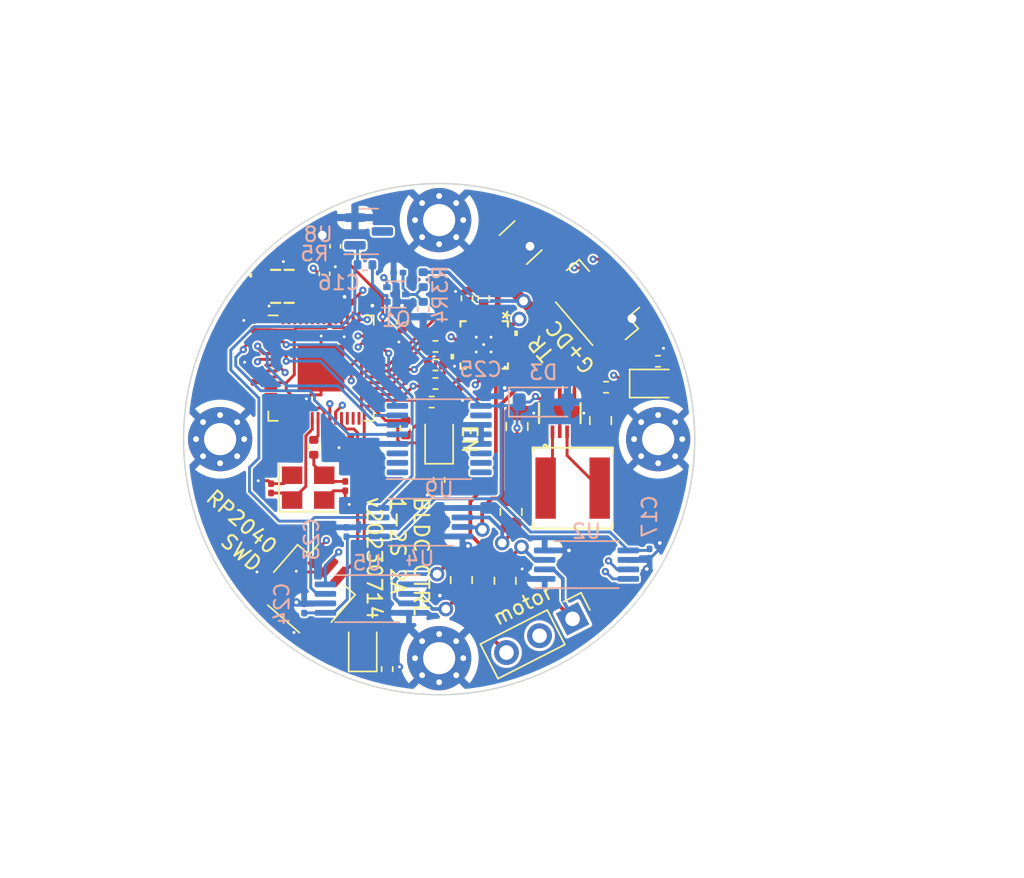
<source format=kicad_pcb>
(kicad_pcb (version 20221018) (generator pcbnew)
  (layers (0 "F.Cu" signal) (1 "In1.Cu" signal) (2 "In2.Cu" signal) (31 "B.Cu" signal) (34 "B.Paste" user) (35 "F.Paste" user) (36 "B.SilkS" user "B.Silkscreen") (37 "F.SilkS" user "F.Silkscreen") (38 "B.Mask" user) (39 "F.Mask" user) (44 "Edge.Cuts" user))
  (net 0 "")
  (net 1 "/MAG_CS")
  (net 2 "/MAG_SCK")
  (net 3 "/MAG_MOSI")
  (net 4 "/UART1_TX")
  (net 5 "/UART1_RX")
  (net 14 "/MAG_MISO")
  (net 22 "QSPI_SD3")
  (net 23 "QSPI_SCLK")
  (net 24 "QSPI_SD0")
  (net 25 "QSPI_SD2")
  (net 26 "QSPI_SD1")
  (net 27 "+3V3")
  (net 28 "GND")
  (net 29 "Net-(J1-Pin_1)")
  (net 30 "Net-(J1-Pin_3)")
  (net 31 "Net-(U7-LX2)")
  (net 32 "Net-(U7-LX1)")
  (net 33 "Net-(U7-EN)")
  (net 34 "Net-(U1-XIN)")
  (net 35 "Net-(C5-Pad2)")
  (net 36 "Net-(U1-XOUT)")
  (net 37 "+1V1")
  (net 38 "/QSPI_SS")
  (net 39 "VBUS")
  (net 40 "Net-(Q1-D)")
  (net 41 "/ADC3")
  (net 42 "/AVDD")
  (net 43 "Net-(U3-1.8VOUT)")
  (net 44 "/U")
  (net 45 "/U_DRV")
  (net 46 "/V_PWM_L")
  (net 47 "/W_PWM_L")
  (net 48 "/U_PWM_L")
  (net 49 "/W_PWM_H")
  (net 50 "/V_PWM_H")
  (net 51 "/U_PWM_H")
  (net 52 "Net-(D1-K)")
  (net 53 "/U_SENSE")
  (net 54 "/W_DRV")
  (net 55 "Net-(D1-A)")
  (net 56 "/V_DRV")
  (net 57 "Net-(U3-VCP)")
  (net 58 "Net-(D2-K)")
  (net 59 "/VIO")
  (net 60 "/V_SENSE")
  (net 61 "/W_SENSE")
  (net 72 "/V")
  (net 73 "/W")
  (net 74 "Net-(U3-VIO{slash}NSTDBY)")
  (net 75 "Net-(D4-K)")
  (net 76 "/LED")
  (footprint "Capacitor_SMD:C_0201_0603Metric" (layer "F.Cu") (at 103.13 96.5204 90)
    (fp_text reference "C18" hide)
    (fp_text value "100n")
  )
  (footprint "Capacitor_SMD:C_0201_0603Metric" (layer "F.Cu") (at 88.4888 103.3702 90)
    (fp_text reference "C4" hide)
    (fp_text value "15p")
  )
  (footprint "Resistor_SMD:R_0402_1005Metric" (layer "F.Cu") (at 96.444 115.748 90)
    (fp_text reference "R18" hide)
    (fp_text value "1k")
  )
  (footprint "Connector_JST:JST_SH_SM03B-SRSS-TB_1x03-1MP_P1.00mm_Horizontal" (layer "F.Cu") (at 91.11 110.287 -41)
    (fp_text reference "J1" hide)
    (fp_text value "SM03B-SRSS-TB")
  )
  (footprint "Capacitor_SMD:C_1210_3225Metric" (layer "F.Cu") (at 105.588 86.538 43.11)
    (fp_text reference "C21" hide)
    (fp_text value "47u")
  )
  (footprint "Resistor_SMD:R_0402_1005Metric" (layer "F.Cu") (at 100 102.794 90)
    (fp_text reference "R14" hide)
    (fp_text value "470")
  )
  (footprint "TMC6300:QFN20_3x3_TRI" (layer "F.Cu") (at 103.086 93.5484 -90)
    (fp_text reference "U3" hide)
    (fp_text value "TMC6300-LA-T")
  )
  (footprint "Resistor_SMD:R_0402_1005Metric" (layer "F.Cu") (at 99.748 94.92 180)
    (fp_text reference "R9" hide)
    (fp_text value "100k")
  )
  (footprint "Capacitor_SMD:C_0201_0603Metric" (layer "F.Cu") (at 93.6246 99.797 180)
    (fp_text reference "C15" hide)
    (fp_text value "100n")
  )
  (footprint "Capacitor_SMD:C_0201_0603Metric" (layer "F.Cu") (at 104.0132 90.5512 90)
    (fp_text reference "C19" hide)
    (fp_text value "100n")
  )
  (footprint "RT6150B:10-WFDFN-EP_RIT-M" (layer "F.Cu") (at 108.2616 98.222 90)
    (fp_text reference "U7" hide)
    (fp_text value "RT6150B-33GQW" hide)
  )
  (footprint "Connector_PinHeader_2.54mm:PinHeader_1x03_P2.54mm_Vertical" (layer "F.Cu") (at 106.874 113.462 -63)
    (fp_text reference "J2" hide)
    (fp_text value "Conn_01x03")
  )
  (footprint "Resistor_SMD:R_0402_1005Metric" (layer "F.Cu") (at 99.492 97.46 180)
    (fp_text reference "R7" hide)
    (fp_text value "100k")
  )
  (footprint "Inductor_SMD:L_Changjiang_FNR5020S" (layer "F.Cu") (at 109.144 103.3528 180)
    (fp_text reference "L1" hide)
    (fp_text value "2u2")
  )
  (footprint "MountingHole:MountingHole_2.2mm_M2_Pad_Via" (layer "F.Cu") (at 85 100)
    (fp_text reference "H4" hide)
    (fp_text value "MountingHole_Pad")
  )
  (footprint "MountingHole:MountingHole_2.2mm_M2_Pad_Via" (layer "F.Cu") (at 115 100)
    (fp_text reference "H2" hide)
    (fp_text value "MountingHole_Pad")
  )
  (footprint "Resistor_SMD:R_0402_1005Metric" (layer "F.Cu") (at 97.714 99.238 -90)
    (fp_text reference "R15" hide)
    (fp_text value "470")
  )
  (footprint "Resistor_SMD:R_0402_1005Metric" (layer "F.Cu") (at 99.746 93.65 180)
    (fp_text reference "R10" hide)
    (fp_text value "100k")
  )
  (footprint "Capacitor_SMD:C_0201_0603Metric" (layer "F.Cu") (at 92.9091 90.6052 180)
    (fp_text reference "C13" hide)
    (fp_text value "100n")
  )
  (footprint "Capacitor_SMD:C_0402_1005Metric" (layer "F.Cu") (at 92.888 86.792 90)
    (fp_text reference "C1" hide)
    (fp_text value "2u2")
  )
  (footprint "LED_SMD:LED_0805_2012Metric" (layer "F.Cu") (at 94.7676 114.224 90)
    (fp_text reference "D4" hide)
    (fp_text value "LED Green")
  )
  (footprint "Package_DFN_QFN:QFN-56-1EP_7x7mm_P0.4mm_EP3.2x3.2mm" (layer "F.Cu") (at 91.91 95.136)
    (fp_text reference "U1" hide)
    (fp_text value "RP2040")
  )
  (footprint "Resistor_SMD:R_0402_1005Metric" (layer "F.Cu") (at 103.048 90.348 -90)
    (fp_text reference "R12" hide)
    (fp_text value "100k")
  )
  (footprint "Capacitor_SMD:C_0201_0603Metric" (layer "F.Cu") (at 101.4028 96.19 90)
    (fp_text reference "C22" hide)
    (fp_text value "100n")
  )
  (footprint "Capacitor_SMD:C_0402_1005Metric" (layer "F.Cu") (at 92.1471 88.6748 -90)
    (fp_text reference "C9" hide)
    (fp_text value "2u2")
  )
  (footprint "Capacitor_SMD:C_0201_0603Metric" (layer "F.Cu") (at 105.588 93.142 -90)
    (fp_text reference "C20" hide)
    (fp_text value "100n")
  )
  (footprint "Crystal:Crystal_SMD_3225-4Pin_3.2x2.5mm" (layer "F.Cu") (at 91.0295 103.3218)
    (fp_text reference "Y1" hide)
    (fp_text value "X322512MSB4SI")
  )
  (footprint "Capacitor_SMD:C_0201_0603Metric" (layer "F.Cu") (at 94.4331 90.6052 180)
    (fp_text reference "C8" hide)
    (fp_text value "100n")
  )
  (footprint "MountingHole:MountingHole_2.2mm_M2_Pad_Via" (layer "F.Cu") (at 100 85)
    (fp_text reference "H1" hide)
    (fp_text value "MountingHole_Pad")
  )
  (footprint "Resistor_SMD:R_0805_2012Metric" (layer "F.Cu") (at 101.524 109.652 90)
    (fp_text reference "R17" hide)
    (fp_text value "10m")
  )
  (footprint "Resistor_SMD:R_0805_2012Metric" (layer "F.Cu") (at 104.5212 109.7028 90)
    (fp_text reference "R6" hide)
    (fp_text value "10m")
  )
  (footprint "Resistor_SMD:R_0402_1005Metric" (layer "F.Cu") (at 114.986 94.666 180)
    (fp_text reference "R13" hide)
    (fp_text value "470")
  )
  (footprint "W25Q16:W25Q16JVUXIQ_WIN" (layer "F.Cu") (at 89.2684 89.5354)
    (fp_text reference "U6" hide)
    (fp_text value "W25Q16JVUXIQ")
  )
  (footprint "Capacitor_SMD:C_0402_1005Metric" (layer "F.Cu") (at 97.46 91.999 -90)
    (fp_text reference "C7" hide)
    (fp_text value "2u2")
  )
  (footprint "Capacitor_SMD:C_0805_2012Metric" (layer "F.Cu") (at 105.334 99.1364 90)
    (fp_text reference "C2" hide)
    (fp_text value "47u")
  )
  (footprint "LED_SMD:LED_0805_2012Metric" (layer "F.Cu") (at 114.732 96.19)
    (fp_text reference "D1" hide)
    (fp_text value "LED Red")
  )
  (footprint "MountingHole:MountingHole_2.2mm_M2_Pad_Via" (layer "F.Cu") (at 100 115)
    (fp_text reference "H3" hide)
    (fp_text value "MountingHole_Pad")
  )
  (footprint "Capacitor_SMD:C_0201_0603Metric" (layer "F.Cu") (at 90.348 87.808 180)
    (fp_text reference "C6" hide)
    (fp_text value "100n")
  )
  (footprint "Capacitor_SMD:C_0201_0603Metric" (layer "F.Cu") (at 87.2872 95.7964 -90)
    (fp_text reference "C12" hide)
    (fp_text value "100n")
  )
  (footprint "LED_SMD:LED_0805_2012Metric" (layer "F.Cu") (at 100 100 90)
    (fp_text reference "D2" hide)
    (fp_text value "LED Orange")
  )
  (footprint "Capacitor_SMD:C_0201_0603Metric" (layer "F.Cu") (at 96.4854 93.0955 90)
    (fp_text reference "C14" hide)
    (fp_text value "100n")
  )
  (footprint "Capacitor_SMD:C_0805_2012Metric" (layer "F.Cu") (at 111.0556 98.73 90)
    (fp_text reference "C3" hide)
    (fp_text value "22u")
  )
  (footprint "Resistor_SMD:R_0402_1005Metric" (layer "F.Cu") (at 91.4148 100.561 90)
    (fp_text reference "R2" hide)
    (fp_text value "1k")
  )
  (footprint "Capacitor_SMD:C_0201_0603Metric" (layer "F.Cu") (at 93.5688 103.2178 90)
    (fp_text reference "C5" hide)
    (fp_text value "15p")
  )
  (footprint "Resistor_SMD:R_0805_2012Metric" (layer "F.Cu") (at 104.9276 104.9784 90)
    (fp_text reference "R16" hide)
    (fp_text value "10m")
  )
  (footprint "Resistor_SMD:R_0402_1005Metric" (layer "F.Cu") (at 101.905 90.35 -90)
    (fp_text reference "R11" hide)
    (fp_text value "100k")
  )
  (footprint "Resistor_SMD:R_0402_1005Metric" (layer "F.Cu") (at 99.748 96.19 180)
    (fp_text reference "R8" hide)
    (fp_text value "100k")
  )
  (footprint "Capacitor_SMD:C_0201_0603Metric" (layer "F.Cu") (at 87.2872 92.1896 -90)
    (fp_text reference "C11" hide)
    (fp_text value "100n")
  )
  (footprint "Connector_JST:JST_SH_BM04B-SRSS-TB_1x04-1MP_P1.00mm_Vertical" (layer "F.Cu") (at 110.773528 90.785798 130.538)
    (fp_text reference "J3" hide)
    (fp_text value "BM04B-SRSS-TB")
  )
  (footprint "Capacitor_SMD:C_0201_0603Metric" (layer "F.Cu") (at 92.38 100.3812 90)
    (fp_text reference "C10" hide)
    (fp_text value "100n")
  )
  (footprint "Resistor_SMD:R_0402_1005Metric" (layer "F.Cu") (at 111.43 96.444)
    (fp_text reference "R1" hide)
    (fp_text value "100k")
  )
  (footprint "Capacitor_SMD:C_0201_0603Metric" (layer "B.Cu") (at 93.65 106.3606 -90)
    (fp_text reference "C23")
    (fp_text value "100n")
  )
  (footprint "Package_SO:TSSOP-8_4.4x3mm_P0.65mm" (layer "B.Cu") (at 95.0724 110.922 180)
    (fp_text reference "U5")
    (fp_text value "INA240A2PWR")
  )
  (footprint "Capacitor_SMD:C_0201_0603Metric" (layer "B.Cu") (at 90.7544 111.593 -90)
    (fp_text reference "C24")
    (fp_text value "100n")
  )
  (footprint "Package_SO:TSSOP-8_4.4x3mm_P0.65mm" (layer "B.Cu") (at 110.0915 108.595)
    (fp_text reference "U2")
    (fp_text value "INA240A2PWR")
  )
  (footprint "Capacitor_SMD:C_0201_0603Metric" (layer "B.Cu") (at 114.4095 107.833 90)
    (fp_text reference "C17")
    (fp_text value "100n")
  )
  (footprint "Resistor_SMD:R_0402_1005Metric" (layer "B.Cu") (at 98.9078 89.076 90)
    (fp_text reference "R3")
    (fp_text value "330k")
  )
  (footprint "Capacitor_SMD:C_0201_0603Metric" (layer "B.Cu") (at 104.2418 97.3838 90)
    (fp_text reference "C25")
    (fp_text value "100n")
  )
  (footprint "Package_SO:TSSOP-16_4.4x5mm_P0.65mm" (layer "B.Cu") (at 100 100)
    (fp_text reference "U9")
    (fp_text value "MT6835GT-STD")
  )
  (footprint "Package_TO_SOT_SMD:SOT-523" (layer "B.Cu") (at 97.069 90.094)
    (fp_text reference "Q1")
    (fp_text value "DMG1012T")
  )
  (footprint "Resistor_SMD:R_0402_1005Metric" (layer "B.Cu") (at 98.9078 91.11 90)
    (fp_text reference "R4")
    (fp_text value "100k")
  )
  (footprint "Package_TO_SOT_SMD:SOT-23" (layer "B.Cu") (at 95.174 85.776)
    (fp_text reference "U8")
    (fp_text value "LM4040DBZ-3")
  )
  (footprint "Resistor_SMD:R_0402_1005Metric" (layer "B.Cu") (at 94.92 88.062)
    (fp_text reference "R5")
    (fp_text value "300")
  )
  (footprint "Capacitor_SMD:C_0201_0603Metric" (layer "B.Cu") (at 97.206 88.5954)
    (fp_text reference "C16")
    (fp_text value "1n")
  )
  (footprint "Diode_SMD:D_SOD-123" (layer "B.Cu") (at 107.1374 97.46)
    (fp_text reference "D3")
    (fp_text value "6V")
  )
  (footprint "Package_SO:TSSOP-8_4.4x3mm_P0.65mm" (layer "B.Cu") (at 98.73 105.6896 180)
    (fp_text reference "U4")
    (fp_text value "INA240A2PWR")
  )
  (gr_circle (center 100 100) (end 117.505 100) (stroke (width 0.1)) (fill none) (layer "Edge.Cuts"))
  (gr_text "RP2040\nSWD" (at 87.3 109.2964 319) (layer "F.SilkS") (effects (font (size 1 1)) (justify right bottom)))
  (gr_text "EN" (at 101.5 100 270) (layer "F.SilkS") (effects (font (size 1 1)) (justify bottom)))
  (gr_text "motor" (at 103.9624 112.9032 27) (layer "F.SilkS") (effects (font (size 1 1)) (justify left bottom)))
  (gr_text "BLDC CTRL\n1-2S 2A\nv20230714\n" (at 94.9708 103.8608 270) (layer "F.SilkS") (effects (font (size 1 1)) (justify left bottom)))
  (gr_text "TR\nG+DC\n" (at 108.001 91.618 130.539) (layer "F.SilkS") (effects (font (size 1 1)) (justify right bottom)))
  (segment (start 89.3265 93.336) (end 89.5247 93.5342) (width 0.2) (layer "F.Cu") (net 1))
  (segment (start 88.4725 93.336) (end 89.3265 93.336) (width 0.2) (layer "F.Cu") (net 1))
  (via (at 89.5247 93.5342) (size 0.5) (drill 0.2) (layers "F.Cu" "B.Cu") (net 1))
  (segment (start 97.1375 97.725) (end 92.9467 93.5342) (width 0.2) (layer "B.Cu") (net 1))
  (segment (start 92.9467 93.5342) (end 89.5247 93.5342) (width 0.2) (layer "B.Cu") (net 1))
  (segment (start 89.5268 94.3375) (end 89.5268 94.6586) (width 0.2) (layer "F.Cu") (net 2))
  (segment (start 88.9253 93.736) (end 89.5268 94.3375) (width 0.2) (layer "F.Cu") (net 2))
  (segment (start 88.4725 93.736) (end 88.9253 93.736) (width 0.2) (layer "F.Cu") (net 2))
  (via (at 89.5268 94.6586) (size 0.5) (drill 0.2) (layers "F.Cu" "B.Cu") (net 2))
  (segment (start 97.1375 98.375) (end 95.5742 98.375) (width 0.2) (layer "B.Cu") (net 2))
  (segment (start 91.8578 94.6586) (end 89.5268 94.6586) (width 0.2) (layer "B.Cu") (net 2))
  (segment (start 95.5742 98.375) (end 91.8578 94.6586) (width 0.2) (layer "B.Cu") (net 2))
  (segment (start 87.5732 93.7471) (end 87.9621 94.136) (width 0.2) (layer "F.Cu") (net 3))
  (segment (start 87.9621 94.136) (end 88.4725 94.136) (width 0.2) (layer "F.Cu") (net 3))
  (segment (start 87.5732 93.6265) (end 87.5732 93.7471) (width 0.2) (layer "F.Cu") (net 3))
  (via (at 87.5732 93.6265) (size 0.5) (drill 0.2) (layers "F.Cu" "B.Cu") (net 3))
  (segment (start 88.2272 95.0169) (end 88.2272 94.2805) (width 0.2) (layer "B.Cu") (net 3))
  (segment (start 88.2272 94.2805) (end 87.5732 93.6265) (width 0.2) (layer "B.Cu") (net 3))
  (segment (start 97.1375 99.025) (end 95.7551 99.025) (width 0.2) (layer "B.Cu") (net 3))
  (segment (start 93.085 96.3549) (end 89.5652 96.3549) (width 0.2) (layer "B.Cu") (net 3))
  (segment (start 89.5652 96.3549) (end 88.2272 95.0169) (width 0.2) (layer "B.Cu") (net 3))
  (segment (start 95.7551 99.025) (end 93.085 96.3549) (width 0.2) (layer "B.Cu") (net 3))
  (segment (start 110.541 87.681) (end 111.148311 87.681) (width 0.2) (layer "F.Cu") (net 4))
  (segment (start 111.758777 89.241332) (end 111.455497 89.544612) (width 0.2) (layer "F.Cu") (net 4))
  (segment (start 87.7249 94.536) (end 88.4725 94.536) (width 0.2) (layer "F.Cu") (net 4))
  (segment (start 87.5612 94.6997) (end 87.7249 94.536) (width 0.2) (layer "F.Cu") (net 4))
  (segment (start 111.766009 89.2341) (end 111.455497 89.544612) (width 0.2) (layer "F.Cu") (net 4))
  (segment (start 111.758777 88.291466) (end 111.758777 89.241332) (width 0.2) (layer "F.Cu") (net 4))
  (segment (start 111.148311 87.681) (end 111.758777 88.291466) (width 0.2) (layer "F.Cu") (net 4))
  (via (at 110.541 87.681) (size 0.5) (drill 0.2) (layers "F.Cu" "B.Cu") (net 4))
  (via (at 87.5612 94.6997) (size 0.5) (drill 0.2) (layers "F.Cu" "B.Cu") (net 4))
  (segment (start 88.4725 94.936) (end 88.9469 94.936) (width 0.2) (layer "F.Cu") (net 5))
  (segment (start 88.9469 94.936) (end 89.4492 95.4383) (width 0.2) (layer "F.Cu") (net 5))
  (segment (start 109.257249 88.267774) (end 110.288658 88.267774) (width 0.2) (layer "F.Cu") (net 5))
  (segment (start 110.288658 88.267774) (end 110.805532 88.784648) (width 0.2) (layer "F.Cu") (net 5))
  (via (at 109.257249 88.267774) (size 0.5) (drill 0.2) (layers "F.Cu" "B.Cu") (net 5))
  (via (at 89.4492 95.4383) (size 0.5) (drill 0.2) (layers "F.Cu" "B.Cu") (net 5))
  (segment (start 88.4105 92.998) (end 87.3506 92.998) (width 0.2) (layer "F.Cu") (net 14))
  (segment (start 86.5894 93.7592) (end 86.5894 93.8679) (width 0.2) (layer "F.Cu") (net 14))
  (segment (start 88.4725 92.936) (end 88.4105 92.998) (width 0.2) (layer "F.Cu") (net 14))
  (segment (start 87.3506 92.998) (end 86.5894 93.7592) (width 0.2) (layer "F.Cu") (net 14))
  (via (at 86.5894 93.8679) (size 0.5) (drill 0.2) (layers "F.Cu" "B.Cu") (net 14))
  (segment (start 87.771 96.6838) (end 86.0703 94.9831) (width 0.2) (layer "B.Cu") (net 14))
  (segment (start 93.8135 99.675) (end 91.4596 97.3211) (width 0.2) (layer "B.Cu") (net 14))
  (segment (start 97.1375 99.675) (end 93.8135 99.675) (width 0.2) (layer "B.Cu") (net 14))
  (segment (start 91.1363 96.6838) (end 87.771 96.6838) (width 0.2) (layer "B.Cu") (net 14))
  (segment (start 91.4596 97.3211) (end 91.4596 97.0071) (width 0.2) (layer "B.Cu") (net 14))
  (segment (start 86.0703 94.387) (end 86.5894 93.8679) (width 0.2) (layer "B.Cu") (net 14))
  (segment (start 86.0703 94.9831) (end 86.0703 94.387) (width 0.2) (layer "B.Cu") (net 14))
  (segment (start 91.4596 97.0071) (end 91.1363 96.6838) (width 0.2) (layer "B.Cu") (net 14))
  (segment (start 91.31 90.9644) (end 91.631 90.6434) (width 0.2) (layer "F.Cu") (net 22))
  (segment (start 90.6668 89.2854) (end 91.3021 89.2854) (width 0.2) (layer "F.Cu") (net 22))
  (segment (start 91.631 89.6492) (end 91.3022 89.3204) (width 0.2) (layer "F.Cu") (net 22))
  (segment (start 91.631 90.6434) (end 91.631 89.6492) (width 0.2) (layer "F.Cu") (net 22))
  (segment (start 91.31 91.6985) (end 91.31 90.9644) (width 0.2) (layer "F.Cu") (net 22))
  (segment (start 91.3022 89.3204) (end 91.3021 89.3204) (width 0.2) (layer "F.Cu") (net 22))
  (segment (start 91.3021 89.3204) (end 91.3021 89.2854) (width 0.2) (layer "F.Cu") (net 22))
  (segment (start 90.6668 89.7854) (end 91.3021 89.7854) (width 0.2) (layer "F.Cu") (net 23))
  (segment (start 90.91 90.8993) (end 90.91 91.6985) (width 0.2) (layer "F.Cu") (net 23))
  (segment (start 91.3021 90.5072) (end 90.91 90.8993) (width 0.2) (layer "F.Cu") (net 23))
  (segment (start 91.3021 89.7854) (end 91.3021 90.5072) (width 0.2) (layer "F.Cu") (net 23))
  (segment (start 90.6668 90.2854) (end 90.51 90.4422) (width 0.2) (layer "F.Cu") (net 24))
  (segment (start 90.51 90.4422) (end 90.51 91.6985) (width 0.2) (layer "F.Cu") (net 24))
  (segment (start 88.9027 90.4024) (end 88.9027 90.1828) (width 0.2) (layer "F.Cu") (net 25))
  (segment (start 90.11 91.6985) (end 90.11 91.0851) (width 0.2) (layer "F.Cu") (net 25))
  (segment (start 89.6146 90.5897) (end 89.09 90.5897) (width 0.2) (layer "F.Cu") (net 25))
  (segment (start 89.09 90.5897) (end 88.9027 90.4024) (width 0.2) (layer "F.Cu") (net 25))
  (segment (start 88.9027 90.1828) (end 88.5053 89.7854) (width 0.2) (layer "F.Cu") (net 25))
  (segment (start 87.87 89.7854) (end 88.5053 89.7854) (width 0.2) (layer "F.Cu") (net 25))
  (segment (start 90.11 91.0851) (end 89.6146 90.5897) (width 0.2) (layer "F.Cu") (net 25))
  (segment (start 89.1376 91.0228) (end 89.4713 91.0228) (width 0.2) (layer "F.Cu") (net 26))
  (segment (start 88.7169 91.4435) (end 89.1376 91.0228) (width 0.2) (layer "F.Cu") (net 26))
  (segment (start 87.87 89.2854) (end 87.3826 89.2854) (width 0.2) (layer "F.Cu") (net 26))
  (segment (start 87.3826 89.2854) (end 87.2347 89.4333) (width 0.2) (layer "F.Cu") (net 26))
  (segment (start 89.4713 91.0228) (end 89.71 91.2615) (width 0.2) (layer "F.Cu") (net 26))
  (segment (start 88.1087 91.4435) (end 88.7169 91.4435) (width 0.2) (layer "F.Cu") (net 26))
  (segment (start 87.2347 89.4333) (end 87.2347 90.5695) (width 0.2) (layer "F.Cu") (net 26))
  (segment (start 87.2347 90.5695) (end 88.1087 91.4435) (width 0.2) (layer "F.Cu") (net 26))
  (segment (start 89.71 91.2615) (end 89.71 91.6985) (width 0.2) (layer "F.Cu") (net 26))
  (segment (start 96.1371 92.3752) (end 96.1371 91.6149) (width 0.2) (layer "F.Cu") (net 27))
  (segment (start 92.51 91.6985) (end 92.51 90.6843) (width 0.2) (layer "F.Cu") (net 27))
  (segment (start 106.9899 97.2237) (end 106.7487 97.2237) (width 0.2) (layer "F.Cu") (net 27))
  (segment (start 95.3475 92.536) (end 95.1911 92.3796) (width 0.2) (layer "F.Cu") (net 27))
  (segment (start 88.4461 92.5096) (end 87.2872 92.5096) (width 0.2) (layer "F.Cu") (net 27))
  (segment (start 96.1111 92.4012) (end 96.4854 92.7755) (width 0.2) (layer "F.Cu") (net 27))
  (segment (start 92.2519 92.3888) (end 92.51 92.1307) (width 0.2) (layer "F.Cu") (net 27))
  (segment (start 96.1111 92.4012) (end 96.1371 92.3752) (width 0.2) (layer "F.Cu") (net 27))
  (segment (start 105.334 100.0864) (end 105.9284 99.492) (width 0.2) (layer "F.Cu") (net 27))
  (segment (start 95.1911 92.3796) (end 94.3346 92.3796) (width 0.2) (layer "F.Cu") (net 27))
  (segment (start 92.11 99.7912) (end 92.11 98.5735) (width 0.2) (layer "F.Cu") (net 27))
  (segment (start 94.3346 92.3796) (end 94.11 92.155) (width 0.2) (layer "F.Cu") (net 27))
  (segment (start 90.7608 97.8718) (end 89.532 96.643) (width 0.2) (layer "F.Cu") (net 27))
  (segment (start 96.1111 92.4012) (end 95.9763 92.536) (width 0.2) (layer "F.Cu") (net 27))
  (segment (start 91.923 97.8718) (end 90.7608 97.8718) (width 0.2) (layer "F.Cu") (net 27))
  (segment (start 88.4725 92.536) (end 88.4461 92.5096) (width 0.2) (layer "F.Cu") (net 27))
  (segment (start 90.0805 92.536) (end 90.2277 92.3888) (width 0.2) (layer "F.Cu") (net 27))
  (segment (start 92.11 91.6985) (end 92.51 91.6985) (width 0.2) (layer "F.Cu") (net 27))
  (segment (start 88.4725 92.536) (end 90.0805 92.536) (width 0.2) (layer "F.Cu") (net 27))
  (segment (start 97.8147 95.2299) (end 98.2917 95.2299) (width 0.2) (layer "F.Cu") (net 27))
  (segment (start 90.2277 92.3888) (end 92.2519 92.3888) (width 0.2) (layer "F.Cu") (net 27))
  (segment (start 90.6668 87.8092) (end 90.668 87.808) (width 0.2) (layer "F.Cu") (net 27))
  (segment (start 94.11 92.155) (end 94.11 91.6985) (width 0.2) (layer "F.Cu") (net 27))
  (segment (start 92.51 90.6843) (end 92.5891 90.6052) (width 0.2) (layer "F.Cu") (net 27))
  (segment (start 96.4854 92.7755) (end 97.1635 92.7755) (width 0.2) (layer "F.Cu") (net 27))
  (segment (start 88.4725 96.136) (end 89.532 96.136) (width 0.2) (layer "F.Cu") (net 27))
  (segment (start 95.3475 96.136) (end 96.9086 96.136) (width 0.2) (layer "F.Cu") (net 27))
  (segment (start 89.532 96.643) (end 89.532 96.136) (width 0.2) (layer "F.Cu") (net 27))
  (segment (start 92.51 92.1307) (end 92.51 91.6985) (width 0.2) (layer "F.Cu") (net 27))
  (segment (start 87.3068 96.136) (end 87.2872 96.1164) (width 0.2) (layer "F.Cu") (net 27))
  (segment (start 96.1371 90.2951) (end 93.142 87.3) (width 0.2) (layer "F.Cu") (net 27))
  (segment (start 93.8999 92.3651) (end 92.7444 92.3651) (width 0.2) (layer "F.Cu") (net 27))
  (segment (start 105.334 100.0864) (end 105.334 99.238) (width 0.2) (layer "F.Cu") (net 27))
  (segment (start 106.7487 97.2237) (end 106.604 97.079) (width 0.2) (layer "F.Cu") (net 27))
  (segment (start 95.9763 92.536) (end 95.3475 92.536) (width 0.2) (layer "F.Cu") (net 27))
  (segment (start 90.6668 88.785399) (end 90.6668 87.8092) (width 0.2) (layer "F.Cu") (net 27))
  (segment (start 92.38 100.0612) (end 92.11 99.7912) (width 0.2) (layer "F.Cu") (net 27))
  (segment (start 105.9284 99.492) (end 107.261599 99.492) (width 0.2) (layer "F.Cu") (net 27))
  (segment (start 96.1371 91.6149) (end 96.1371 90.2951) (width 0.2) (layer "F.Cu") (net 27))
  (segment (start 92.11 98.0588) (end 91.923 97.8718) (width 0.2) (layer "F.Cu") (net 27))
  (segment (start 107.1917 99.4221) (end 107.2616 99.492) (width 0.2) (layer "F.Cu") (net 27))
  (segment (start 90.668 87.808) (end 91.204 87.272) (width 0.2) (layer "F.Cu") (net 27))
  (segment (start 89.532 96.136) (end 90.0805 95.5875) (width 0.2) (layer "F.Cu") (net 27))
  (segment (start 91.204 87.272) (end 92.888 87.272) (width 0.2) (layer "F.Cu") (net 27))
  (segment (start 94.11 92.155) (end 93.8999 92.3651) (width 0.2) (layer "F.Cu") (net 27))
  (segment (start 97.1635 92.7755) (end 97.46 92.479) (width 0.2) (layer "F.Cu") (net 27))
  (segment (start 96.9086 96.136) (end 97.8147 95.2299) (width 0.2) (layer "F.Cu") (net 27))
  (segment (start 106.9899 97.2237) (end 107.2616 96.952) (width 0.2) (layer "F.Cu") (net 27))
  (segment (start 90.0805 95.5875) (end 90.0805 92.536) (width 0.2) (layer "F.Cu") (net 27))
  (segment (start 92.7444 92.3651) (end 92.51 92.1307) (width 0.2) (layer "F.Cu") (net 27))
  (segment (start 88.4725 96.136) (end 87.3068 96.136) (width 0.2) (layer "F.Cu") (net 27))
  (segment (start 92.11 98.5735) (end 92.11 98.0588) (width 0.2) (layer "F.Cu") (net 27))
  (via (at 98.2917 95.2299) (size 0.5) (drill 0.2) (layers "F.Cu" "B.Cu") (net 27))
  (via (at 106.604 97.079) (size 0.5) (drill 0.2) (layers "F.Cu" "B.Cu") (net 27))
  (via (at 96.1371 91.6149) (size 0.5) (drill 0.2) (layers "F.Cu" "B.Cu") (net 27))
  (via (at 105.334 99.238) (size 0.5) (drill 0.2) (layers "F.Cu" "B.Cu") (net 27))
  (segment (start 105.2436 97.7038) (end 104.2418 97.7038) (width 0.2) (layer "B.Cu") (net 27))
  (segment (start 90.7704 111.897) (end 92.2099 111.897) (width 0.2) (layer "B.Cu") (net 27))
  (segment (start 105.334 99.238) (end 105.334 97.6134) (width 0.2) (layer "B.Cu") (net 27))
  (segment (start 93.7122 110.9659) (end 93.7122 106.7428) (width 0.2) (layer "B.Cu") (net 27))
  (segment (start 106.2612 106.3588) (end 103.9867 104.0843) (width 0.2) (layer "B.Cu") (net 27))
  (segment (start 95.8675 106.6646) (end 97.1369 106.6646) (width 0.2) (layer "B.Cu") (net 27))
  (segment (start 96.424 91.5005) (end 96.424 91.0229) (width 0.2) (layer "B.Cu") (net 27))
  (segment (start 99.0305 94.501) (end 99.0256 94.496) (width 0.2) (layer "B.Cu") (net 27))
  (segment (start 95.43 89.3856) (end 96.2095 90.1651) (width 0.2) (layer "B.Cu") (net 27))
  (segment (start 92.7811 111.897) (end 93.7122 110.9659) (width 0.2) (layer "B.Cu") (net 27))
  (segment (start 96.424 91.5005) (end 96.2515 91.5005) (width 0.2) (layer "B.Cu") (net 27))
  (segment (start 93.7904 106.6646) (end 93.7122 106.7428) (width 0.2) (layer "B.Cu") (net 27))
  (segment (start 105.4874 97.46) (end 106.223 97.46) (width 0.2) (layer "B.Cu") (net 27))
  (segment (start 104.2418 103.8292) (end 103.9867 104.0843) (width 0.2) (layer "B.Cu") (net 27))
  (segment (start 114.4095 107.513) (end 114.3025 107.62) (width 0.2) (layer "B.Cu") (net 27))
  (segment (start 95.8675 106.6646) (end 93.7904 106.6646) (width 0.2) (layer "B.Cu") (net 27))
  (segment (start 99.6385 94.501) (end 99.0305 94.501) (width 0.2) (layer "B.Cu") (net 27))
  (segment (start 104.2418 97.7038) (end 104.2206 97.725) (width 0.2) (layer "B.Cu") (net 27))
  (segment (start 96.424 90.1651) (end 96.424 90.594) (width 0.2) (layer "B.Cu") (net 27))
  (segment (start 98.3599 93.8304) (end 98.3599 93.4364) (width 0.2) (layer "B.Cu") (net 27))
  (segment (start 112.954 107.62) (end 111.6928 106.3588) (width 0.2) (layer "B.Cu") (net 27))
  (segment (start 90.7544 111.913) (end 90.7704 111.897) (width 0.2) (layer "B.Cu") (net 27))
  (segment (start 114.3025 107.62) (end 112.954 107.62) (width 0.2) (layer "B.Cu") (net 27))
  (segment (start 97.1369 106.6646) (end 99.7172 104.0843) (width 0.2) (layer "B.Cu") (net 27))
  (segment (start 96.2095 90.1651) (end 96.424 90.1651) (width 0.2) (layer "B.Cu") (net 27))
  (segment (start 99.7172 104.0843) (end 103.9867 104.0843) (width 0.2) (layer "B.Cu") (net 27))
  (segment (start 96.424 90.594) (end 96.424 91.0229) (width 0.2) (layer "B.Cu") (net 27))
  (segment (start 95.43 88.062) (end 95.43 89.3856) (width 0.2) (layer "B.Cu") (net 27))
  (segment (start 96.2515 91.5005) (end 96.1371 91.6149) (width 0.2) (layer "B.Cu") (net 27))
  (segment (start 92.2099 111.897) (end 92.7811 111.897) (width 0.2) (layer "B.Cu") (net 27))
  (segment (start 102.8625 97.725) (end 99.6385 94.501) (width 0.2) (layer "B.Cu") (net 27))
  (segment (start 104.2206 97.725) (end 102.8625 97.725) (width 0.2) (layer "B.Cu") (net 27))
  (segment (start 99.0256 94.496) (end 98.3599 93.8304) (width 0.2) (layer "B.Cu") (net 27))
  (segment (start 98.3599 93.4364) (end 96.424 91.5005) (width 0.2) (layer "B.Cu") (net 27))
  (segment (start 111.6928 106.3588) (end 106.2612 106.3588) (width 0.2) (layer "B.Cu") (net 27))
  (segment (start 99.0256 94.496) (end 98.2917 95.2299) (width 0.2) (layer "B.Cu") (net 27))
  (segment (start 106.223 97.46) (end 106.604 97.079) (width 0.2) (layer "B.Cu") (net 27))
  (segment (start 105.334 97.6134) (end 105.4874 97.46) (width 0.2) (layer "B.Cu") (net 27))
  (segment (start 105.4874 97.46) (end 105.2436 97.7038) (width 0.2) (layer "B.Cu") (net 27))
  (segment (start 93.7122 106.7428) (end 93.65 106.6806) (width 0.2) (layer "B.Cu") (net 27))
  (segment (start 104.2418 97.7038) (end 104.2418 103.8292) (width 0.2) (layer "B.Cu") (net 27))
  (segment (start 112.802357 91.745) (end 111.129182 93.418175) (width 0.75) (layer "F.Cu") (net 28))
  (segment (start 105.334 98.1864) (end 105.3696 98.222) (width 0.2) (layer "F.Cu") (net 28))
  (segment (start 106.477 98.222) (end 108.2616 98.222) (width 1) (layer "F.Cu") (net 28))
  (segment (start 93.5688 103.538) (end 93.5688 104.1983) (width 0.2) (layer "F.Cu") (net 28))
  (segment (start 102.54 94.031) (end 102.3561 93.9484) (width 0.2) (layer "F.Cu") (net 28))
  (segment (start 91.91 95.136) (end 93.4976 93.5484) (width 0.2) (layer "F.Cu") (net 28))
  (segment (start 91.5833 113.2434) (end 91.6157 113.211) (width 0.2) (layer "F.Cu") (net 28))
  (segment (start 107.302135 89.329934) (end 107.302135 87.871135) (width 1) (layer "F.Cu") (net 28))
  (segment (start 103.0734 93.5484) (end 103.048 93.523) (width 0.2) (layer "F.Cu") (net 28))
  (segment (start 97.2823 115.5953) (end 96.6196 116.258) (width 0.2) (layer "F.Cu") (net 28))
  (segment (start 107.302135 87.871135) (end 106.223 86.792) (width 1) (layer "F.Cu") (net 28))
  (segment (start 88.5053 90.7349) (end 88.3523 90.8879) (width 0.2) (layer "F.Cu") (net 28))
  (segment (start 93.5688 104.1983) (end 93.8432 104.4727) (width 0.2) (layer "F.Cu") (net 28))
  (segment (start 104.5084 94.3484) (end 103.8985 94.3484) (width 0.2) (layer "F.Cu") (net 28))
  (segment (start 89.9295 102.4718) (end 89.3511 103.0502) (width 0.2) (layer "F.Cu") (net 28))
  (segment (start 92.888 88.189) (end 92.8822 88.1948) (width 0.2) (layer "F.Cu") (net 28))
  (segment (start 101.0521 95.0066) (end 100.3446 95.0066) (width 0.2) (layer "F.Cu") (net 28))
  (segment (start 101.6636 93.5484) (end 101.0537 93.5484) (width 0.2) (layer "F.Cu") (net 28))
  (segment (start 108.262 98.857) (end 108.2616 98.8574) (width 0.2) (layer "F.Cu") (net 28))
  (segment (start 99.186 103.835) (end 99.469 103.835) (width 0.2) (layer "F.Cu") (net 28))
  (segment (start 106.223 86.792) (end 106.223 85.971796) (width 1) (layer "F.Cu") (net 28))
  (segment (start 103.486 93.5484) (end 103.486 93.1609) (width 0.2) (layer "F.Cu") (net 28))
  (segment (start 101.6636 93.9484) (end 102.1909 93.9484) (width 0.2) (layer "F.Cu") (net 28))
  (segment (start 92.38 100.7012) (end 92.4958 100.5854) (width 0.2) (layer "F.Cu") (net 28))
  (segment (start 97.46 91.519) (end 97.46 90.856) (width 0.2) (layer "F.Cu") (net 28))
  (segment (start 92.8822 88.1948) (end 92.1471 88.1948) (width 0.2) (layer "F.Cu") (net 28))
  (segment (start 103.556 93.0909) (end 103.556 93.015) (width 0.2) (layer "F.Cu") (net 28))
  (segment (start 87.6108 102.8497) (end 87.6108 102.8496) (width 0.2) (layer "F.Cu") (net 28))
  (segment (start 100.258 96.19) (end 100.258 97.204) (width 0.2) (layer "F.Cu") (net 28))
  (segment (start 86.6201 91.8696) (end 86.620084 91.869616) (width 0.2) (layer "F.Cu") (net 28))
  (segment (start 89.3511 103.0502) (end 88.4888 103.0502) (width 0.2) (layer "F.Cu") (net 28))
  (segment (start 97.2425 93.3452) (end 96.5557 93.3452) (width 0.2) (layer "F.Cu") (net 28))
  (segment (start 107.7616 98.1585) (end 107.7616 96.952) (width 0.2) (layer "F.Cu") (net 28))
  (segment (start 102.7178 97.2526) (end 103.13 96.8404) (width 0.2) (layer "F.Cu") (net 28))
  (segment (start 103.6319 93.015) (end 103.8985 92.7484) (width 0.2) (layer "F.Cu") (net 28))
  (segment (start 88.1441 109.7181) (end 88.1441 110.1931) (width 0.2) (layer "F.Cu") (net 28))
  (segment (start 102.3561 93.9484) (end 102.2735 93.9484) (width 0.2) (layer "F.Cu") (net 28))
  (segment (start 96.6196 116.258) (end 96.444 116.258) (width 0.2) (layer "F.Cu") (net 28))
  (segment (start 90.2145 109.0463) (end 90.2678 109.0996) (width 0.2) (layer "F.Cu") (net 28))
  (segment (start 91.1785 96.9649) (end 90.9077 97.2357) (width 0.2) (layer "F.Cu") (net 28))
  (segment (start 93.2291 90.6052) (end 93.523 90.3113) (width 0.2) (layer "F.Cu") (net 28))
  (segment (start 87.87 90.2854) (end 88.5053 90.2854) (width 0.2) (layer "F.Cu") (net 28))
  (segment (start 101.122 89.8828) (end 101.8622 89.8828) (width 0.2) (layer "F.Cu") (net 28))
  (segment (start 104.5084 95.0678) (end 104.5084 94.3484) (width 0.2) (layer "F.Cu") (net 28))
  (segment (start 102.1909 93.9484) (end 102.54 94.031) (width 0.2) (layer "F.Cu") (net 28))
  (segment (start 95.1772 90.6052) (end 95.428 90.856) (width 0.2) (layer "F.Cu") (net 28))
  (segment (start 91.91 92.9516) (end 91.9228 92.9388) (width 0.2) (layer "F.Cu") (net 28))
  (segment (start 92.1001 109.0996) (end 92.4221 108.7776) (width 0.2) (layer "F.Cu") (net 28))
  (segment (start 99.469 103.835) (end 100 103.304) (width 0.2) (layer "F.Cu") (net 28))
  (segment (start 115.496 94.666) (end 115.496 93.906) (width 0.2) (layer "F.Cu") (net 28))
  (segment (start 88.5053 90.2854) (end 88.5053 90.7349) (width 0.2) (layer "F.Cu") (net 28))
  (segment (start 100.3446 95.0066) (end 100.3446 96.1034) (width 0.2) (layer "F.Cu") (net 28))
  (segment (start 101.0537 93.5484) (end 100.3576 93.5484) (width 0.2) (layer "F.Cu") (net 28))
  (segment (start 101.4028 96.51) (end 101.4028 97.057) (width 0.2) (layer "F.Cu") (net 28))
  (segment (start 101.907 89.838) (end 103.048 89.838) (width 0.2) (layer "F.Cu") (net 28))
  (segment (start 105.3696 98.222) (end 106.477 98.222) (width 1) (layer "F.Cu") (net 28))
  (segment (start 91.91 95.136) (end 91.91 96.9649) (width 0.2) (layer "F.Cu") (net 28))
  (segment (start 91.91 95.136) (end 91.91 92.9516) (width 0.2) (layer "F.Cu") (net 28))
  (segment (start 101.6636 93.5484) (end 102.1399 93.5484) (width 0.2) (layer "F.Cu") (net 28))
  (segment (start 103.486 93.1609) (end 103.556 93.0909) (width 0.2) (layer "F.Cu") (net 28))
  (segment (start 103.556 93.6184) (end 103.486 93.5484) (width 0.2) (layer "F.Cu") (net 28))
  (segment (start 104.5157 95.0751) (end 104.5084 95.0678) (width 0.2) (layer "F.Cu") (net 28))
  (segment (start 87.2872 91.8696) (end 86.6201 91.8696) (width 0.2) (layer "F.Cu") (net 28))
  (segment (start 94.7531 90.6052) (end 95.1772 90.6052) (width 0.2) (layer "F.Cu") (net 28))
  (segment (start 101.5984 97.2526) (end 101.5984 97.3504) (width 0.2) (layer "F.Cu") (net 28))
  (segment (start 94.7531 90.6052) (end 94.7582 90.6052) (width 0.2) (layer "F.Cu") (net 28))
  (segment (start 100.3576 93.5484) (end 100.256 93.65) (width 0.2) (layer "F.Cu") (net 28))
  (segment (start 104.5084 92.7484) (end 103.8985 92.7484) (width 0.2) (layer "F.Cu") (net 28))
  (segment (start 110.6136 98.222) (end 111.0556 97.78) (width 1) (layer "F.Cu") (net 28))
  (segment (start 93.4976 93.5484) (end 93.4976 92.9896) (width 0.2) (layer "F.Cu") (net 28))
  (segment (start 101.8622 89.8828) (end 101.905 89.84) (width 0.2) (layer "F.Cu") (net 28))
  (segment (start 92.281 86.312) (end 91.999 86.03) (width 0.254) (layer "F.Cu") (net 28))
  (segment (start 91.91 96.9649) (end 91.1785 96.9649) (width 0.2) (layer "F.Cu") (net 28))
  (segment (start 87.5201 109.0941) (end 88.1441 109.7181) (width 0.2) (layer "F.Cu") (net 28))
  (segment (start 100.3446 95.0066) (end 100.258 94.92) (width 0.2) (layer "F.Cu") (net 28))
  (segment (start 115.496 93.906) (end 115.367 93.777) (width 0.2) (layer "F.Cu") (net 28))
  (segment (start 93.5688 103.5378) (end 93.5688 103.538) (width 0.2) (layer "F.Cu") (net 28))
  (segment (start 103.4985 94.3484) (end 103.486 94.3609) (width 0.2) (layer "F.Cu") (net 28))
  (segment (start 92.4958 100.5854) (end 93.147 100.5854) (width 0.2) (layer "F.Cu") (net 28))
  (segment (start 108.7616 98.1585) (end 108.7616 96.952) (width 0.2) (layer "F.Cu") (net 28))
  (segment (start 106.223 85.971796) (end 106.664813 85.529983) (width 1) (layer "F.Cu") (net 28))
  (segment (start 108.2616 98.8574) (end 108.2616 99.492) (width 0.2) (layer "F.Cu") (net 28))
  (segment (start 93.9446 99.882) (end 93.9446 99.797) (width 0.2) (layer "F.Cu") (net 28))
  (segment (start 113.208 91.517111) (end 112.755428 91.064539) (width 0.75) (layer "F.Cu") (net 28))
  (segment locked (start 93.5688 103.5378) (end 92.7635 103.5378) (width 0.2) (layer "F.Cu") (net 28))
  (segment (start 86.6751 94.7356) (end 86.6751 94.8643) (width 0.2) (layer "F.Cu") (net 28))
  (segment (start 105.5144 92.7484) (end 104.5084 92.7484) (width 0.2) (layer "F.Cu") (net 28))
  (segment (start 103.556 94.031) (end 103.556 93.6184) (width 0.2) (layer "F.Cu") (net 28))
  (segment (start 103.486 93.5484) (end 103.086 93.5484) (width 0.2) (layer "F.Cu") (net 28))
  (segment (start 108.2616 98.222) (end 110.6136 98.222) (width 1) (layer "F.Cu") (net 28))
  (segment (start 100.3446 96.1034) (end 100.258 96.19) (width 0.2) (layer "F.Cu") (net 28))
  (segment (start 113.208 91.745) (end 112.802357 91.745) (width 0.75) (layer "F.Cu") (net 28))
  (segment (start 88.2885 102.8497) (end 87.6108 102.8497) (width 0.2) (layer "F.Cu") (net 28))
  (segment (start 90.2678 109.0996) (end 92.1001 109.0996) (width 0.2) (layer "F.Cu") (net 28))
  (segment locked (start 92.7635 103.5378) (end 92.1295 104.1718) (width 0.2) (layer "F.Cu") (net 28))
  (segment (start 105.588 92.822) (end 105.5144 92.7484) (width 0.2) (layer "F.Cu") (net 28))
  (segment (start 92.1295 104.1718) (end 92.1296 104.1719) (width 0.2) (layer "F.Cu") (net 28))
  (segment (start 93.2412 100.5854) (end 93.9446 99.882) (width 0.2) (layer "F.Cu") (net 28))
  (segment (start 90.055 113.2434) (end 91.5833 113.2434) (width 0.2) (layer "F.Cu") (net 28))
  (segment (start 100.258 97.204) (end 100.002 97.46) (width 0.2) (layer "F.Cu") (net 28))
  (segment (start 103.086 93.5484) (end 103.0734 93.5484) (width 0.2) (layer "F.Cu") (net 28))
  (segment (start 86.6751 94.8643) (end 87.2872 95.4764) (width 0.2) (layer "F.Cu") (net 28))
  (segment (start 103.8985 94.3484) (end 103.4985 94.3484) (width 0.2) (layer "F.Cu") (net 28))
  (segment locked (start 108.2616 99.492) (end 108.2616 98.222) (width 0.2) (layer "F.Cu") (net 28))
  (segment (start 105.3619 98.1585) (end 105.334 98.1864) (width 0.2) (layer "F.Cu") (net 28))
  (segment (start 113.208 91.745) (end 113.208 91.517111) (width 0.75) (layer "F.Cu") (net 28))
  (segment (start 103.486 94.9708) (end 103.486 94.3609) (width 0.2) (layer "F.Cu") (net 28))
  (segment (start 96.5557 93.3452) (end 96.4854 93.4155) (width 0.2) (layer "F.Cu") (net 28))
  (segment (start 101.4028 97.057) (end 101.5984 97.2526) (width 0.2) (layer "F.Cu") (net 28))
  (segment (start 92.888 86.312) (end 92.281 86.312) (width 0.254) (layer "F.Cu") (net 28))
  (segment (start 106.664813 85.529983) (end 106.989917 85.529983) (width 0.254) (layer "F.Cu") (net 28))
  (segment (start 93.523 90.3113) (end 93.523 90.257678) (width 0.2) (layer "F.Cu") (net 28))
  (segment (start 103.0226 93.5484) (end 102.1399 93.5484) (width 0.2) (layer "F.Cu") (net 28))
  (segment (start 93.147 100.5854) (end 93.2412 100.5854) (width 0.2) (layer "F.Cu") (net 28))
  (segment (start 88.4888 103.05) (end 88.2885 102.8497) (width 0.2) (layer "F.Cu") (net 28))
  (segment (start 89.3656 87.808) (end 89.332 87.8416) (width 0.254) (layer "F.Cu") (net 28))
  (segment (start 101.5984 97.2526) (end 102.7178 97.2526) (width 0.2) (layer "F.Cu") (net 28))
  (segment (start 101.905 89.84) (end 101.907 89.838) (width 0.2) (layer "F.Cu") (net 28))
  (segment (start 103.048 93.523) (end 103.0226 93.5484) (width 0.2) (layer "F.Cu") (net 28))
  (segment (start 90.028 87.808) (end 89.3656 87.808) (width 0.254) (layer "F.Cu") (net 28))
  (segment (start 103.556 93.015) (end 103.6319 93.015) (width 0.2) (layer "F.Cu") (net 28))
  (via (at 87.5201 109.0941) (size 0.5) (drill 0.2) (layers "F.Cu" "B.Cu") (net 28))
  (via (at 86.620084 91.869616) (size 0.5) (drill 0.2) (layers "F.Cu" "B.Cu") (net 28))
  (via (at 101.122 89.8828) (size 0.5) (drill 0.2) (layers "F.Cu" "B.Cu") (net 28))
  (via (at 90.2145 109.0463) (size 0.5) (drill 0.2) (layers "F.Cu" "B.Cu") (net 28))
  (via (at 103.556 93.015) (size 0.5) (drill 0.2) (layers "F.Cu" "B.Cu") (net 28))
  (via (at 90.9077 97.2357) (size 0.5) (drill 0.2) (layers "F.Cu" "B.Cu") (net 28))
  (via (at 101.0521 95.0066) (size 0.5) (drill 0.2) (layers "F.Cu" "B.Cu") (net 28))
  (via (at 91.9228 92.9388) (size 0.5) (drill 0.2) (layers "F.Cu" "B.Cu") (net 28))
  (via (at 92.888 88.189) (size 0.5) (drill 0.2) (layers "F.Cu" "B.Cu") (net 28))
  (via (at 108.89 107.62) (size 0.5588) (drill 0.254) (layers "F.Cu" "B.Cu") (net 28))
  (via (at 104.4924 96.495812) (size 0.5588) (drill 0.254) (layers "F.Cu" "B.Cu") (net 28))
  (via (at 97.46 90.856) (size 0.5588) (drill 0.254) (layers "F.Cu" "B.Cu") (net 28))
  (via (at 101.9812 107.3152) (size 0.5588) (drill 0.254) (layers "F.Cu" "B.Cu") (net 28))
  (via (at 109.906 98.222) (size 0.5) (drill 0.2) (layers "F.Cu" "B.Cu") (net 28))
  (via (at 93.4976 92.9896) (size 0.5) (drill 0.2) (layers "F.Cu" "B.Cu") (net 28))
  (via (at 105.6896 108.89) (size 0.5) (drill 0.2) (layers "F.Cu" "B.Cu") (net 28))
  (via (at 89.332 87.8416) (size 0.5) (drill 0.2) (layers "F.Cu" "B.Cu") (net 28))
  (via (at 93.8432 104.4727) (size 0.5) (drill 0.2) (layers "F.Cu" "B.Cu") (net 28))
  (via (at 88.3523 90.8879) (size 0.5) (drill 0.2) (layers "F.Cu" "B.Cu") (net 28))
  (via (at 90.055 113.2434) (size 0.5) (drill 0.2) (layers "F.Cu" "B.Cu") (net 28))
  (via (at 106.223 86.792) (size 1) (drill 0.6) (layers "F.Cu" "B.Cu") (net 28))
  (via (at 86.6751 94.7356) (size 0.5) (drill 0.2) (layers "F.Cu" "B.Cu") (net 28))
  (via (at 113.208 91.745) (size 1) (drill 0.6) (layers "F.Cu" "B.Cu") (net 28))
  (via (at 87.6108 102.8496) (size 0.5) (drill 0.2) (layers "F.Cu" "B.Cu") (net 28))
  (via (at 115.367 93.777) (size 0.5) (drill 0.2) (layers "F.Cu" "B.Cu") (net 28))
  (via (at 91.999 86.03) (size 1) (drill 0.6) (layers "F.Cu" "B.Cu") (net 28))
  (via (at 103.048 93.523) (size 0.5) (drill 0.2) (layers "F.Cu" "B.Cu") (net 28))
  (via (at 101.5984 97.3504) (size 0.5) (drill 0.2) (layers "F.Cu" "B.Cu") (net 28))
  (via (at 93.147 100.5854) (size 0.5) (drill 0.2) (layers "F.Cu" "B.Cu") (net 28))
  (via (at 106.477 98.222) (size 0.5) (drill 0.2) (layers "F.Cu" "B.Cu") (net 28))
  (via (at 103.556 94.031) (size 0.5) (drill 0.2) (layers "F.Cu" "B.Cu") (net 28))
  (via (at 114.224 108.89) (size 0.5588) (drill 0.254) (layers "F.Cu" "B.Cu") (net 28))
  (via (at 90.221 111.176) (size 0.5588) (drill 0.254) (layers "F.Cu" "B.Cu") (net 28))
  (via (at 93.523 90.257678) (size 0.5588) (drill 0.254) (layers "F.Cu" "B.Cu") (net 28))
  (via (at 97.2425 93.3452) (size 0.5) (drill 0.2) (layers "F.Cu" "B.Cu") (net 28))
  (via (at 97.2823 115.5953) (size 0.5) (drill 0.2) (layers "F.Cu" "B.Cu") (net 28))
  (via (at 102.54 93.015) (size 0.5) (drill 0.2) (layers "F.Cu" "B.Cu") (net 28))
  (via (at 102.54 94.031) (size 0.5) (drill 0.2) (layers "F.Cu" "B.Cu") (net 28))
  (via (at 104.5157 95.0751) (size 0.5) (drill 0.2) (layers "F.Cu" "B.Cu") (net 28))
  (via (at 95.428 90.856) (size 0.5588) (drill 0.254) (layers "F.Cu" "B.Cu") (net 28))
  (via (at 115.113 107.112) (size 0.5588) (drill 0.254) (layers "F.Cu" "B.Cu") (net 28))
  (via (at 99.186 103.835) (size 0.5) (drill 0.2) (layers "F.Cu" "B.Cu") (net 28))
  (via (at 100.0508 110.714906) (size 0.5588) (drill 0.254) (layers "F.Cu" "B.Cu") (net 28))
  (segment (start 90.318 111.273) (end 90.221 111.176) (width 0.2) (layer "B.Cu") (net 28))
  (segment (start 107.229 109.57) (end 106.3696 109.57) (width 0.2) (layer "B.Cu") (net 28))
  (segment (start 114.4095 108.153) (end 114.461948 108.153) (width 0.2) (layer "B.Cu") (net 28))
  (segment (start 104.2418 97.0638) (end 104.2418 96.746412) (width 0.2) (layer "B.Cu") (net 28))
  (segment (start 114.2925 108.27) (end 114.4095 108.153) (width 0.2) (layer "B.Cu") (net 28))
  (segment (start 99.282894 109.947) (end 100.0508 110.714906) (width 0.2) (layer "B.Cu") (net 28))
  (segment (start 90.7544 111.273) (end 90.318 111.273) (width 0.2) (layer "B.Cu") (net 28))
  (segment (start 101.5925 106.6646) (end 101.5925 106.9265) (width 0.2) (layer "B.Cu") (net 28))
  (segment (start 106.3696 109.57) (end 105.6896 108.89) (width 0.2) (layer "B.Cu") (net 28))
  (segment (start 114.461948 108.153) (end 115.113 107.501948) (width 0.2) (layer "B.Cu") (net 28))
  (segment (start 115.113 107.501948) (end 115.113 107.112) (width 0.2) (layer "B.Cu") (net 28))
  (segment (start 97.9349 109.947) (end 99.282894 109.947) (width 0.2) (layer "B.Cu") (net 28))
  (segment (start 101.5925 106.9265) (end 101.9812 107.3152) (width 0.2) (layer "B.Cu") (net 28))
  (segment (start 112.954 108.27) (end 114.2925 108.27) (width 0.2) (layer "B.Cu") (net 28))
  (segment (start 104.2418 96.746412) (end 104.4924 96.495812) (width 0.2) (layer "B.Cu") (net 28))
  (segment (start 114.4095 108.7045) (end 114.224 108.89) (width 0.2) (layer "B.Cu") (net 28))
  (segment (start 114.4095 108.153) (end 114.4095 108.7045) (width 0.2) (layer "B.Cu") (net 28))
  (segment (start 91.6674 107.5482) (end 91.6674 108.1215) (width 0.2) (layer "F.Cu") (net 29))
  (segment (start 92.91 98.5735) (end 92.91 98.1413) (width 0.2) (layer "F.Cu") (net 29))
  (segment (start 92.91 98.1413) (end 93.3729 97.6784) (width 0.2) (layer "F.Cu") (net 29))
  (segment (start 92.2784 106.9372) (end 91.6674 107.5482) (width 0.2) (layer "F.Cu") (net 29))
  (via (at 93.3729 97.6784) (size 0.5) (drill 0.2) (layers "F.Cu" "B.Cu") (net 29))
  (via (at 92.2784 106.9372) (size 0.5) (drill 0.2) (layers "F.Cu" "B.Cu") (net 29))
  (segment (start 94.1526 99.3039) (end 94.4127 99.564) (width 0.2) (layer "F.Cu") (net 30))
  (segment (start 94.4127 108.1977) (end 93.1768 109.4336) (width 0.2) (layer "F.Cu") (net 30))
  (segment (start 93.31 99.0137) (end 93.6002 99.3039) (width 0.2) (layer "F.Cu") (net 30))
  (segment (start 94.4127 99.564) (end 94.4127 108.1977) (width 0.2) (layer "F.Cu") (net 30))
  (segment (start 93.31 98.5735) (end 93.31 99.0137) (width 0.2) (layer "F.Cu") (net 30))
  (segment (start 93.6002 99.3039) (end 94.1526 99.3039) (width 0.2) (layer "F.Cu") (net 30))
  (segment (start 107.7616 100.0711) (end 107.7616 99.492) (width 0.2) (layer "F.Cu") (net 31))
  (segment (start 107.294 103.0933) (end 107.762 102.6253) (width 0.2) (layer "F.Cu") (net 31))
  (segment (start 107.294 103.3528) (end 107.294 103.0933) (width 0.2) (layer "F.Cu") (net 31))
  (segment (start 107.762 100.0715) (end 107.7616 100.0711) (width 0.2) (layer "F.Cu") (net 31))
  (segment locked (start 107.761601 102.885199) (end 107.761601 99.492) (width 0.2) (layer "F.Cu") (net 31))
  (segment locked (start 108.761599 101.120399) (end 110.994 103.3528) (width 0.2) (layer "F.Cu") (net 32))
  (segment locked (start 108.761599 100.1238) (end 108.761599 99.492) (width 0.2) (layer "F.Cu") (net 32))
  (segment locked (start 108.761599 100.1238) (end 108.761599 101.120399) (width 0.2) (layer "F.Cu") (net 32))
  (segment (start 108.7616 100.3056) (end 108.7616 99.492) (width 0.2) (layer "F.Cu") (net 32))
  (segment (start 108.762 100.306) (end 108.7616 100.3056) (width 0.2) (layer "F.Cu") (net 32))
  (segment (start 109.2616 96.2913) (end 110.7673 96.2913) (width 0.2) (layer "F.Cu") (net 33))
  (segment (start 110.7673 96.2913) (end 110.92 96.444) (width 0.2) (layer "F.Cu") (net 33))
  (segment (start 109.2616 96.952) (end 109.2616 96.2913) (width 0.2) (layer "F.Cu") (net 33))
  (segment locked (start 91.31 98.5735) (end 91.31 99.323855) (width 0.2) (layer "F.Cu") (net 34))
  (segment locked (start 91.31 99.323855) (end 90.8678 99.766055) (width 0.2) (layer "F.Cu") (net 34))
  (segment (start 88.489 103.69) (end 88.4888 103.6902) (width 0.2) (layer "F.Cu") (net 34))
  (segment locked (start 88.4888 103.6902) (end 89.4479 103.6902) (width 0.2) (layer "F.Cu") (net 34))
  (segment (start 89.9295 104.1718) (end 89.9296 104.1719) (width 0.2) (layer "F.Cu") (net 34))
  (segment locked (start 90.8678 103.2335) (end 89.9295 104.1718) (width 0.2) (layer "F.Cu") (net 34))
  (segment locked (start 90.8678 99.766055) (end 90.8678 103.2335) (width 0.2) (layer "F.Cu") (net 34))
  (segment (start 89.4477 103.69) (end 89.9295 104.1718) (width 0.2) (layer "F.Cu") (net 34))
  (segment locked (start 93.5688 102.8978) (end 92.5555 102.8978) (width 0.2) (layer "F.Cu") (net 35))
  (segment (start 92.5555 102.898) (end 92.1295 102.472) (width 0.2) (layer "F.Cu") (net 35))
  (segment (start 93.5686 102.898) (end 93.5688 102.8978) (width 0.2) (layer "F.Cu") (net 35))
  (segment locked (start 91.4148 101.7571) (end 92.1295 102.4718) (width 0.2) (layer "F.Cu") (net 35))
  (segment locked (start 91.4148 101.071) (end 91.4148 101.7571) (width 0.2) (layer "F.Cu") (net 35))
  (segment (start 92.1295 102.4718) (end 92.1294 102.4719) (width 0.2) (layer "F.Cu") (net 35))
  (segment locked (start 91.71 98.5735) (end 91.71 99.7558) (width 0.2) (layer "F.Cu") (net 36))
  (segment locked (start 91.71 99.7558) (end 91.4148 100.051) (width 0.2) (layer "F.Cu") (net 36))
  (segment (start 94.1131 90.4698) (end 94.1131 90.6052) (width 0.2) (layer "F.Cu") (net 37))
  (segment (start 91.3808 88.2973) (end 92.1471 89.0636) (width 0.2) (layer "F.Cu") (net 37))
  (segment (start 92.51 97.5704) (end 92.51 98.5735) (width 0.2) (layer "F.Cu") (net 37))
  (segment (start 92.0139 90.7256) (end 91.71 91.0295) (width 0.2) (layer "F.Cu") (net 37))
  (segment (start 92.51 98.5735) (end 92.51 99.0797) (width 0.2) (layer "F.Cu") (net 37))
  (segment (start 91.71 91.0295) (end 91.71 91.6985) (width 0.2) (layer "F.Cu") (net 37))
  (segment (start 93.71 91.059747) (end 94.1131 90.656647) (width 0.2) (layer "F.Cu") (net 37))
  (segment (start 92.0139 89.288) (end 92.0139 90.7256) (width 0.2) (layer "F.Cu") (net 37))
  (segment (start 92.1471 89.1548) (end 92.0139 89.288) (width 0.2) (layer "F.Cu") (net 37))
  (segment (start 92.1471 89.0636) (end 92.1471 89.1548) (width 0.2) (layer "F.Cu") (net 37))
  (segment (start 92.51 99.0797) (end 93.2273 99.797) (width 0.2) (layer "F.Cu") (net 37))
  (segment (start 93.2273 99.797) (end 93.3046 99.797) (width 0.2) (layer "F.Cu") (net 37))
  (segment (start 94.1131 90.656647) (end 94.1131 90.6052) (width 0.2) (layer "F.Cu") (net 37))
  (segment (start 93.71 91.6985) (end 93.71 91.059747) (width 0.2) (layer "F.Cu") (net 37))
  (segment (start 94.7757 89.8072) (end 94.1131 90.4698) (width 0.2) (layer "F.Cu") (net 37))
  (via (at 94.7757 89.8072) (size 0.5) (drill 0.2) (layers "F.Cu" "B.Cu") (net 37))
  (via (at 91.3808 88.2973) (size 0.5) (drill 0.2) (layers "F.Cu" "B.Cu") (net 37))
  (via (at 92.51 97.5704) (size 0.5) (drill 0.2) (layers "F.Cu" "B.Cu") (net 37))
  (segment (start 87.87 88.7854) (end 87.420152 88.7854) (width 0.2) (layer "F.Cu") (net 38))
  (segment (start 88.0129 91.8337) (end 89.1748 91.8337) (width 0.2) (layer "F.Cu") (net 38))
  (segment (start 86.9058 89.299752) (end 86.9058 90.7266) (width 0.2) (layer "F.Cu") (net 38))
  (segment (start 86.9058 90.7266) (end 88.0129 91.8337) (width 0.2) (layer "F.Cu") (net 38))
  (segment (start 87.420152 88.7854) (end 86.9058 89.299752) (width 0.2) (layer "F.Cu") (net 38))
  (segment (start 89.1748 91.8337) (end 89.31 91.6985) (width 0.2) (layer "F.Cu") (net 38))
  (segment (start 105.5016 93.5484) (end 104.5084 93.5484) (width 0.254) (layer "F.Cu") (net 39))
  (segment (start 106.4135 91.1735) (end 104.511187 89.271187) (width 0.75) (layer "F.Cu") (net 39))
  (segment (start 108.2616 96.952) (end 108.2616 96.2643) (width 0.254) (layer "F.Cu") (net 39))
  (segment (start 107.112 92.028632) (end 107.112 91.872) (width 0.254) (layer "F.Cu") (net 39))
  (segment (start 108.6765 95.8494) (end 109.2888 95.8494) (width 0.254) (layer "F.Cu") (net 39))
  (segment (start 108.636 91.872) (end 107.112 91.872) (width 0.75) (layer "F.Cu") (net 39))
  (segment (start 111.0556 99.492) (end 112.0643 98.4833) (width 0.254) (layer "F.Cu") (net 39))
  (segment (start 110.538039 91.872) (end 108.636 91.872) (width 0.75) (layer "F.Cu") (net 39))
  (segment (start 112.0643 96.5683) (end 111.94 96.444) (width 0.254) (layer "F.Cu") (net 39))
  (segment (start 108.6765 91.9125) (end 108.636 91.872) (width 0.254) (layer "F.Cu") (net 39))
  (segment (start 108.2616 96.2643) (end 108.6765 95.8494) (width 0.254) (layer "F.Cu") (net 39))
  (segment (start 111.0556 99.68) (end 111.0556 99.492) (width 0.254) (layer "F.Cu") (net 39))
  (segment (start 109.2888 95.8494) (end 111.3454 95.8494) (width 0.254) (layer "F.Cu") (net 39))
  (segment (start 104.0132 90.2312) (end 104.0132 89.769174) (width 0.254) (layer "F.Cu") (net 39))
  (segment (start 111.0556 99.492) (end 109.2616 99.492) (width 0.254) (layer "F.Cu") (net 39))
  (segment (start 107.112 91.872) (end 106.4135 91.1735) (width 0.75) (layer "F.Cu") (net 39))
  (segment (start 106.4135 91.1735) (end 105.7785 90.5385) (width 0.75) (layer "F.Cu") (net 39))
  (segment (start 112.0643 98.4833) (end 112.0643 96.5683) (width 0.254) (layer "F.Cu") (net 39))
  (segment (start 105.588 93.462) (end 105.5016 93.5484) (width 0.254) (layer "F.Cu") (net 39))
  (segment (start 111.3454 95.8494) (end 111.94 96.444) (width 0.254) (layer "F.Cu") (net 39))
  (segment (start 105.588 93.462) (end 105.678632 93.462) (width 0.254) (layer "F.Cu") (net 39))
  (segment (start 104.0132 89.769174) (end 104.511187 89.271187) (width 0.254) (layer "F.Cu") (net 39))
  (segment (start 104.0132 90.2312) (end 104.0538 90.2312) (width 0.254) (layer "F.Cu") (net 39))
  (segment (start 105.678632 93.462) (end 107.112 92.028632) (width 0.254) (layer "F.Cu") (net 39))
  (segment (start 104.511187 89.271187) (end 104.511187 87.546017) (width 0.75) (layer "F.Cu") (net 39))
  (segment (start 112.105463 90.304576) (end 110.538039 91.872) (width 0.75) (layer "F.Cu") (net 39))
  (segment (start 108.6765 95.8494) (end 108.6765 91.9125) (width 0.254) (layer "F.Cu") (net 39))
  (via (at 105.7785 90.5385) (size 1) (drill 0.6) (layers "F.Cu" "B.Cu") (net 39))
  (segment (start 98.9078 88.566) (end 100.621202 88.566) (width 0.254) (layer "B.Cu") (net 39))
  (segment (start 100.621202 88.566) (end 102.593702 90.5385) (width 0.254) (layer "B.Cu") (net 39))
  (segment (start 102.593702 90.5385) (end 105.7785 90.5385) (width 0.254) (layer "B.Cu") (net 39))
  (segment (start 98.9078 90.6) (end 98.4008 90.093) (width 0.2) (layer "B.Cu") (net 40))
  (segment (start 97.956 90.094) (end 98.1979 90.094) (width 0.2) (layer "B.Cu") (net 40))
  (segment (start 97.956 90.094) (end 97.526 89.664) (width 0.2) (layer "B.Cu") (net 40))
  (segment (start 98.1979 90.094) (end 98.3998 90.094) (width 0.2) (layer "B.Cu") (net 40))
  (segment (start 98.3998 90.094) (end 98.4008 90.093) (width 0.2) (layer "B.Cu") (net 40))
  (segment (start 97.526 89.664) (end 97.526 88.5954) (width 0.2) (layer "B.Cu") (net 40))
  (segment (start 97.714 90.094) (end 97.956 90.094) (width 0.2) (layer "B.Cu") (net 40))
  (segment (start 98.4008 90.093) (end 98.9078 89.586) (width 0.2) (layer "B.Cu") (net 40))
  (segment (start 95.3475 92.936) (end 94.4409 92.936) (width 0.2) (layer "F.Cu") (net 41))
  (via (at 96.2089 88.9405) (size 0.5) (drill 0.2) (layers "F.Cu" "B.Cu") (net 41))
  (via (at 94.4409 92.936) (size 0.5) (drill 0.2) (layers "F.Cu" "B.Cu") (net 41))
  (segment (start 96.424 89.1556) (end 96.2089 88.9405) (width 0.2) (layer "B.Cu") (net 41))
  (segment (start 96.424 89.1651) (end 96.424 89.1556) (width 0.2) (layer "B.Cu") (net 41))
  (segment (start 96.424 89.594) (end 96.424 89.1651) (width 0.2) (layer "B.Cu") (net 41))
  (segment (start 94.6244 91.8129) (end 94.51 91.6985) (width 0.2) (layer "F.Cu") (net 42))
  (segment (start 95.076 91.8129) (end 94.6244 91.8129) (width 0.2) (layer "F.Cu") (net 42))
  (via (at 95.076 91.8129) (size 0.5) (drill 0.2) (layers "F.Cu" "B.Cu") (net 42))
  (via (at 111.6009 108.3355) (size 0.5) (drill 0.2) (layers "F.Cu" "B.Cu") (net 42))
  (segment (start 91.204 105.6154) (end 89.0518 105.6154) (width 0.2) (layer "B.Cu") (net 42))
  (segment (start 112.1854 108.92) (end 112.954 108.92) (width 0.2) (layer "B.Cu") (net 42))
  (segment (start 89.0518 105.6154) (end 87.0099 103.5735) (width 0.2) (layer "B.Cu") (net 42))
  (segment (start 94.41 88.062) (end 94.41 86.8995) (width 0.2) (layer "B.Cu") (net 42))
  (segment (start 94.2365 86.726) (end 94.2238 86.7387) (width 0.2) (layer "B.Cu") (net 42))
  (segment (start 87.3325 92.2927) (end 93.2693 92.2927) (width 0.2) (layer "B.Cu") (net 42))
  (segment (start 94.2238 91.3382) (end 94.2238 88.2482) (width 0.2) (layer "B.Cu") (net 42))
  (segment (start 87.6548 101.2952) (end 87.6548 97.1904) (width 0.2) (layer "B.Cu") (net 42))
  (segment (start 91.4548 105.3646) (end 91.204 105.6154) (width 0.2) (layer "B.Cu") (net 42))
  (segment (start 94.41 86.8995) (end 94.2365 86.726) (width 0.2) (layer "B.Cu") (net 42))
  (segment (start 85.7308 93.8944) (end 87.3325 92.2927) (width 0.2) (layer "B.Cu") (net 42))
  (segment (start 95.8675 105.3646) (end 91.4548 105.3646) (width 0.2) (layer "B.Cu") (net 42))
  (segment (start 94.2238 88.2482) (end 94.41 88.062) (width 0.2) (layer "B.Cu") (net 42))
  (segment (start 94.2365 86.726) (end 93.588 86.726) (width 0.2) (layer "B.Cu") (net 42))
  (segment (start 94.2238 91.3382) (end 94.6985 91.8129) (width 0.2) (layer "B.Cu") (net 42))
  (segment (start 93.2693 92.2927) (end 94.2238 91.3382) (width 0.2) (layer "B.Cu") (net 42))
  (segment (start 87.6548 97.1904) (end 85.7308 95.2664) (width 0.2) (layer "B.Cu") (net 42))
  (segment (start 91.6267 110.597) (end 92.2099 110.597) (width 0.2) (layer "B.Cu") (net 42))
  (segment (start 94.6985 91.8129) (end 95.076 91.8129) (width 0.2) (layer "B.Cu") (net 42))
  (segment (start 91.204 110.1743) (end 91.6267 110.597) (width 0.2) (layer "B.Cu") (net 42))
  (segment (start 87.0099 103.5735) (end 87.0099 101.9401) (width 0.2) (layer "B.Cu") (net 42))
  (segment (start 85.7308 95.2664) (end 85.7308 93.8944) (width 0.2) (layer "B.Cu") (net 42))
  (segment (start 91.204 105.6154) (end 91.204 110.1743) (width 0.2) (layer "B.Cu") (net 42))
  (segment (start 87.0099 101.9401) (end 87.6548 101.2952) (width 0.2) (layer "B.Cu") (net 42))
  (segment (start 111.6009 108.3355) (end 112.1854 108.92) (width 0.2) (layer "B.Cu") (net 42))
  (segment (start 103.086 96.1564) (end 103.13 96.2004) (width 0.2) (layer "F.Cu") (net 43))
  (segment (start 103.086 94.9708) (end 103.086 96.1564) (width 0.2) (layer "F.Cu") (net 43))
  (segment (start 104.5212 110.6153) (end 107.443593 110.6153) (width 0.254) (layer "F.Cu") (net 44))
  (segment (start 107.443593 110.6153) (end 109.137157 112.308864) (width 0.254) (layer "F.Cu") (net 44))
  (segment (start 107.229 108.92) (end 107.8291 108.92) (width 0.254) (layer "B.Cu") (net 44))
  (segment (start 108.472 111.0032) (end 108.4719 111.0033) (width 0.254) (layer "B.Cu") (net 44))
  (segment (start 107.8291 108.92) (end 108.472 109.5629) (width 0.254) (layer "B.Cu") (net 44))
  (segment (start 108.472 109.5629) (end 108.472 111.0032) (width 0.254) (layer "B.Cu") (net 44))
  (segment (start 109.1372 112.3089) (end 108.4719 111.0033) (width 0.254) (layer "B.Cu") (net 44))
  (segment (start 102.133034 104.271866) (end 102.133034 106.534155) (width 0.254) (layer "F.Cu") (net 45))
  (segment (start 103.886 94.9708) (end 103.886 102.5189) (width 0.254) (layer "F.Cu") (net 45))
  (segment (start 104.5212 108.4825) (end 105.6226 107.3811) (width 0.254) (layer "F.Cu") (net 45))
  (segment (start 103.886 102.5189) (end 102.133034 104.271866) (width 0.254) (layer "F.Cu") (net 45))
  (segment (start 104.081379 108.4825) (end 104.5212 108.4825) (width 0.254) (layer "F.Cu") (net 45))
  (segment (start 102.133034 106.534155) (end 104.081379 108.4825) (width 0.254) (layer "F.Cu") (net 45))
  (segment (start 104.5212 108.7903) (end 104.5212 108.4825) (width 0.254) (layer "F.Cu") (net 45))
  (via (at 105.6386 107.3811) (size 1) (drill 0.6) (layers "F.Cu" "B.Cu") (net 45))
  (segment (start 107.229 108.27) (end 106.5275 108.27) (width 0.254) (layer "B.Cu") (net 45))
  (segment (start 106.5275 108.27) (end 105.6386 107.3811) (width 0.254) (layer "B.Cu") (net 45))
  (segment (start 99.748 94.5201) (end 99.748 96.5203) (width 0.2) (layer "F.Cu") (net 46))
  (segment (start 98.858 97.3359) (end 98.858 97.336) (width 0.2) (layer "F.Cu") (net 46))
  (segment (start 98.858 97.336) (end 98.982 97.46) (width 0.2) (layer "F.Cu") (net 46))
  (segment (start 95.3475 97.336) (end 98.858 97.336) (width 0.2) (layer "F.Cu") (net 46))
  (segment (start 99.9197 94.3484) (end 99.748 94.5201) (width 0.2) (layer "F.Cu") (net 46))
  (segment (start 101.6636 94.3484) (end 99.9197 94.3484) (width 0.2) (layer "F.Cu") (net 46))
  (segment (start 99.748 96.5203) (end 98.9324 97.3359) (width 0.2) (layer "F.Cu") (net 46))
  (segment (start 98.9324 97.3359) (end 98.858 97.3359) (width 0.2) (layer "F.Cu") (net 46))
  (segment (start 98.2226 96.3651) (end 99.0629 96.3651) (width 0.2) (layer "F.Cu") (net 47))
  (segment (start 100.897 92.9917) (end 100.8203 92.9917) (width 0.2) (layer "F.Cu") (net 47))
  (segment (start 97.6517 96.936) (end 95.3475 96.936) (width 0.2) (layer "F.Cu") (net 47))
  (segment (start 99.0629 96.3651) (end 99.238 96.19) (width 0.2) (layer "F.Cu") (net 47))
  (segment (start 101.6636 93.1484) (end 101.0537 93.1484) (width 0.2) (layer "F.Cu") (net 47))
  (segment (start 98.2226 96.3651) (end 97.6517 96.936) (width 0.2) (layer "F.Cu") (net 47))
  (segment (start 101.0537 93.1484) (end 100.897 92.9917) (width 0.2) (layer "F.Cu") (net 47))
  (via (at 98.2226 96.3651) (size 0.5) (drill 0.2) (layers "F.Cu" "B.Cu") (net 47))
  (via (at 100.8203 92.9917) (size 0.5) (drill 0.2) (layers "F.Cu" "B.Cu") (net 47))
  (segment (start 100.5328 92.434) (end 101.3492 92.434) (width 0.2) (layer "F.Cu") (net 48))
  (segment (start 97.9941 95.8132) (end 98.4904 95.8132) (width 0.2) (layer "F.Cu") (net 48))
  (segment (start 99.746 93.9792) (end 99.746 93.2208) (width 0.2) (layer "F.Cu") (net 48))
  (segment (start 99.238 95.0656) (end 99.238 94.92) (width 0.2) (layer "F.Cu") (net 48))
  (segment (start 95.3475 96.536) (end 97.2713 96.536) (width 0.2) (layer "F.Cu") (net 48))
  (segment (start 99.238 94.92) (end 99.238 94.4872) (width 0.2) (layer "F.Cu") (net 48))
  (segment (start 101.3492 92.434) (end 101.6636 92.7484) (width 0.2) (layer "F.Cu") (net 48))
  (segment (start 98.4904 95.8132) (end 99.238 95.0656) (width 0.2) (layer "F.Cu") (net 48))
  (segment (start 99.746 93.2208) (end 100.5328 92.434) (width 0.2) (layer "F.Cu") (net 48))
  (segment (start 99.238 94.4872) (end 99.746 93.9792) (width 0.2) (layer "F.Cu") (net 48))
  (segment (start 97.2713 96.536) (end 97.9941 95.8132) (width 0.2) (layer "F.Cu") (net 48))
  (segment (start 102.212 92.052) (end 102.286 92.126) (width 0.2) (layer "F.Cu") (net 49))
  (segment (start 100.3949 92.052) (end 102.212 92.052) (width 0.2) (layer "F.Cu") (net 49))
  (segment (start 95.3475 95.736) (end 96.7623 95.736) (width 0.2) (layer "F.Cu") (net 49))
  (segment (start 99.236 93.2109) (end 100.3949 92.052) (width 0.2) (layer "F.Cu") (net 49))
  (segment (start 98.8483 93.65) (end 99.236 93.65) (width 0.2) (layer "F.Cu") (net 49))
  (segment (start 99.236 93.65) (end 99.236 93.2109) (width 0.2) (layer "F.Cu") (net 49))
  (segment (start 96.7623 95.736) (end 98.8483 93.65) (width 0.2) (layer "F.Cu") (net 49))
  (segment (start 101.905 90.86) (end 102.0299 90.86) (width 0.2) (layer "F.Cu") (net 50))
  (segment (start 101.0923 90.86) (end 96.6163 95.336) (width 0.2) (layer "F.Cu") (net 50))
  (segment (start 102.686 92.126) (end 102.686 91.5161) (width 0.2) (layer "F.Cu") (net 50))
  (segment (start 101.905 90.86) (end 101.0923 90.86) (width 0.2) (layer "F.Cu") (net 50))
  (segment (start 96.6163 95.336) (end 95.3475 95.336) (width 0.2) (layer "F.Cu") (net 50))
  (segment (start 102.0299 90.86) (end 102.686 91.5161) (width 0.2) (layer "F.Cu") (net 50))
  (segment (start 96.5238 94.936) (end 101.0251 90.4347) (width 0.2) (layer "F.Cu") (net 51))
  (segment (start 101.4258 90.3595) (end 102.5495 90.3595) (width 0.2) (layer "F.Cu") (net 51))
  (segment (start 95.3475 94.936) (end 96.5238 94.936) (width 0.2) (layer "F.Cu") (net 51))
  (segment (start 102.5495 90.3595) (end 103.048 90.858) (width 0.2) (layer "F.Cu") (net 51))
  (segment (start 103.086 90.896) (end 103.086 92.126) (width 0.2) (layer "F.Cu") (net 51))
  (segment (start 101.0251 90.4347) (end 101.3506 90.4347) (width 0.2) (layer "F.Cu") (net 51))
  (segment (start 101.3506 90.4347) (end 101.4258 90.3595) (width 0.2) (layer "F.Cu") (net 51))
  (segment (start 103.048 90.858) (end 103.086 90.896) (width 0.2) (layer "F.Cu") (net 51))
  (segment (start 113.7945 96.19) (end 113.7945 95.3475) (width 0.2) (layer "F.Cu") (net 52))
  (segment (start 113.7945 95.3475) (end 114.476 94.666) (width 0.2) (layer "F.Cu") (net 52))
  (segment (start 93.9832 95.9999) (end 93.9832 94.9414) (width 0.2) (layer "F.Cu") (net 53))
  (segment (start 93.9832 94.9414) (end 94.7886 94.136) (width 0.2) (layer "F.Cu") (net 53))
  (segment (start 94.7886 94.136) (end 95.3475 94.136) (width 0.2) (layer "F.Cu") (net 53))
  (via (at 93.9832 95.9999) (size 0.5) (drill 0.2) (layers "F.Cu" "B.Cu") (net 53))
  (via (at 111.3849 109.0689) (size 0.5) (drill 0.2) (layers "F.Cu" "B.Cu") (net 53))
  (segment (start 111.886 109.57) (end 111.3849 109.0689) (width 0.2) (layer "B.Cu") (net 53))
  (segment (start 112.954 109.57) (end 111.886 109.57) (width 0.2) (layer "B.Cu") (net 53))
  (segment (start 105.130798 92.126) (end 105.486398 91.7704) (width 0.254) (layer "F.Cu") (net 54))
  (segment (start 101.524 108.7395) (end 100.362861 108.7395) (width 0.254) (layer "F.Cu") (net 54))
  (segment (start 100.362861 108.7395) (end 99.860347 109.242014) (width 0.254) (layer "F.Cu") (net 54))
  (segment (start 103.886 92.126) (end 105.130798 92.126) (width 0.254) (layer "F.Cu") (net 54))
  (via (at 105.486398 91.7704) (size 1) (drill 0.6) (layers "F.Cu" "B.Cu") (net 54))
  (via (at 99.860347 109.242014) (size 1) (drill 0.6) (layers "F.Cu" "B.Cu") (net 54))
  (segment (start 96.9411 110.8734) (end 96.9411 109.6845) (width 0.254) (layer "B.Cu") (net 54))
  (segment (start 97.3147 111.247) (end 96.9411 110.8734) (width 0.254) (layer "B.Cu") (net 54))
  (segment (start 96.9411 109.6845) (end 97.383586 109.242014) (width 0.254) (layer "B.Cu") (net 54))
  (segment (start 97.383586 109.242014) (end 99.860347 109.242014) (width 0.254) (layer "B.Cu") (net 54))
  (segment (start 97.9349 111.247) (end 97.3147 111.247) (width 0.254) (layer "B.Cu") (net 54))
  (segment (start 114.7397 97.1198) (end 113.3275 97.1198) (width 0.2) (layer "F.Cu") (net 55))
  (segment (start 102.686 94.9708) (end 102.686 96.0709) (width 0.2) (layer "F.Cu") (net 55))
  (segment (start 102.686 96.0709) (end 102.4775 96.2794) (width 0.2) (layer "F.Cu") (net 55))
  (segment (start 112.079 95.624) (end 111.9545 95.624) (width 0.2) (layer "F.Cu") (net 55))
  (segment (start 112.4513 95.9963) (end 112.079 95.624) (width 0.2) (layer "F.Cu") (net 55))
  (segment (start 112.4513 96.2436) (end 112.4513 95.9963) (width 0.2) (layer "F.Cu") (net 55))
  (segment (start 113.3275 97.1198) (end 112.4513 96.2436) (width 0.2) (layer "F.Cu") (net 55))
  (segment (start 115.6695 96.19) (end 114.7397 97.1198) (width 0.2) (layer "F.Cu") (net 55))
  (via (at 111.9545 95.624) (size 0.5) (drill 0.2) (layers "F.Cu" "B.Cu") (net 55))
  (via (at 102.4775 96.2794) (size 0.5) (drill 0.2) (layers "F.Cu" "B.Cu") (net 55))
  (segment locked (start 103.6049 104.0659) (end 102.9464 104.7244) (width 0.254) (layer "F.Cu") (net 56))
  (segment locked (start 104.9276 104.0659) (end 103.6049 104.0659) (width 0.254) (layer "F.Cu") (net 56))
  (segment locked (start 102.9464 104.7244) (end 102.9464 105.9436) (width 0.254) (layer "F.Cu") (net 56))
  (segment (start 105.1453 93.9484) (end 104.5084 93.9484) (width 0.254) (layer "F.Cu") (net 56))
  (segment (start 102.960034 105.958034) (end 102.960034 106.1916) (width 0.254) (layer "F.Cu") (net 56))
  (segment (start 104.323655 97.522137) (end 105.1816 96.664192) (width 0.254) (layer "F.Cu") (net 56))
  (segment (start 105.1816 96.664192) (end 105.1816 93.9847) (width 0.254) (layer "F.Cu") (net 56))
  (segment (start 104.3226 104.066) (end 104.3226 97.522137) (width 0.254) (layer "F.Cu") (net 56))
  (segment (start 104.3226 97.522137) (end 104.323655 97.522137) (width 0.254) (layer "F.Cu") (net 56))
  (segment (start 102.946 105.944) (end 102.960034 105.958034) (width 0.254) (layer "F.Cu") (net 56))
  (segment (start 104.9275 104.066) (end 104.9276 104.0659) (width 0.254) (layer "F.Cu") (net 56))
  (segment (start 105.1816 93.9847) (end 105.1453 93.9484) (width 0.254) (layer "F.Cu") (net 56))
  (via (at 102.960034 106.1916) (size 1) (drill 0.6) (layers "F.Cu" "B.Cu") (net 56))
  (segment (start 101.6229 106.045) (end 101.5925 106.0146) (width 0.254) (layer "B.Cu") (net 56))
  (segment (start 103.0474 106.045) (end 102.960034 106.132366) (width 0.254) (layer "B.Cu") (net 56))
  (segment (start 102.960034 106.132366) (end 102.960034 106.1916) (width 0.254) (layer "B.Cu") (net 56))
  (segment (start 101.623 106.045) (end 101.6229 106.045) (width 0.254) (layer "B.Cu") (net 56))
  (segment locked (start 103.048 106.0452) (end 101.6231 106.0452) (width 0.254) (layer "B.Cu") (net 56))
  (segment (start 103.486 91.3984) (end 104.0132 90.8712) (width 0.2) (layer "F.Cu") (net 57))
  (segment (start 103.486 92.126) (end 103.486 91.3984) (width 0.2) (layer "F.Cu") (net 57))
  (segment (start 100 100.9375) (end 100 102.284) (width 0.2) (layer "F.Cu") (net 58))
  (segment (start 96.3395 98.728) (end 97.1646 98.728) (width 0.2) (layer "F.Cu") (net 59))
  (segment (start 97.1646 98.728) (end 97.714 98.728) (width 0.2) (layer "F.Cu") (net 59))
  (segment (start 97.1646 100.0694) (end 97.1646 98.728) (width 0.2) (layer "F.Cu") (net 59))
  (segment (start 95.3475 97.736) (end 96.3395 98.728) (width 0.2) (layer "F.Cu") (net 59))
  (segment (start 100 99.0625) (end 98.8036 100.2589) (width 0.2) (layer "F.Cu") (net 59))
  (segment (start 97.3541 100.2589) (end 97.1646 100.0694) (width 0.2) (layer "F.Cu") (net 59))
  (segment (start 98.8036 100.2589) (end 97.3541 100.2589) (width 0.2) (layer "F.Cu") (net 59))
  (segment (start 96.4927 94.123) (end 96.5417 94.123) (width 0.2) (layer "F.Cu") (net 60))
  (segment (start 96.1057 93.736) (end 96.4927 94.123) (width 0.2) (layer "F.Cu") (net 60))
  (segment (start 95.3475 93.736) (end 96.1057 93.736) (width 0.2) (layer "F.Cu") (net 60))
  (via (at 96.5417 94.123) (size 0.5) (drill 0.2) (layers "F.Cu" "B.Cu") (net 60))
  (segment (start 95.9571 104.7146) (end 98.1497 102.522) (width 0.2) (layer "B.Cu") (net 60))
  (segment (start 96.5417 95.4646) (end 96.5417 94.123) (width 0.2) (layer "B.Cu") (net 60))
  (segment (start 98.1497 97.0726) (end 96.5417 95.4646) (width 0.2) (layer "B.Cu") (net 60))
  (segment (start 95.8675 104.7146) (end 95.9571 104.7146) (width 0.2) (layer "B.Cu") (net 60))
  (segment (start 98.1497 102.522) (end 98.1497 97.0726) (width 0.2) (layer "B.Cu") (net 60))
  (segment (start 95.3475 93.336) (end 94.8214 93.336) (width 0.2) (layer "F.Cu") (net 61))
  (segment (start 94.8214 93.336) (end 94.4645 93.6929) (width 0.2) (layer "F.Cu") (net 61))
  (segment (start 94.4645 93.6929) (end 94.4512 93.6929) (width 0.2) (layer "F.Cu") (net 61))
  (via (at 93.1218 107.729) (size 0.5) (drill 0.2) (layers "F.Cu" "B.Cu") (net 61))
  (via (at 94.4512 93.6929) (size 0.5) (drill 0.2) (layers "F.Cu" "B.Cu") (net 61))
  (segment (start 92.2099 109.947) (end 92.2099 108.6409) (width 0.2) (layer "B.Cu") (net 61))
  (segment (start 92.2099 108.6409) (end 93.1218 107.729) (width 0.2) (layer "B.Cu") (net 61))
  (segment (start 104.9276 105.8909) (end 104.9276 106.5024) (width 0.254) (layer "F.Cu") (net 72))
  (segment (start 104.9276 106.5024) (end 104.318 107.112) (width 0.254) (layer "F.Cu") (net 72))
  (segment (start 105.3968 105.8909) (end 104.9276 105.8909) (width 0.254) (layer "F.Cu") (net 72))
  (via (at 104.318 107.112) (size 1) (drill 0.6) (layers "F.Cu" "B.Cu") (net 72))
  (segment (start 104.318 106.242516) (end 103.440084 105.3646) (width 0.254) (layer "B.Cu") (net 72))
  (segment (start 104.318 107.112) (end 104.318 106.242516) (width 0.254) (layer "B.Cu") (net 72))
  (segment (start 103.440084 105.3646) (end 101.5925 105.3646) (width 0.254) (layer "B.Cu") (net 72))
  (segment locked (start 101.524 110.5645) (end 101.524 111.528293) (width 0.254) (layer "F.Cu") (net 73))
  (segment (start 100.4572 111.6332) (end 100.4572 111.6313) (width 0.254) (layer "F.Cu") (net 73))
  (segment (start 100.4572 111.6313) (end 101.524 110.5645) (width 0.254) (layer "F.Cu") (net 73))
  (segment (start 104.6108 114.6148) (end 104.6108 114.6151) (width 0.254) (layer "F.Cu") (net 73))
  (segment locked (start 101.524 111.528293) (end 104.610843 114.615136) (width 0.254) (layer "F.Cu") (net 73))
  (via (at 100.4572 111.6332) (size 1) (drill 0.6) (layers "F.Cu" "B.Cu") (net 73))
  (segment (start 98.523032 110.597) (end 99.559232 111.6332) (width 0.254) (layer "B.Cu") (net 73))
  (segment (start 99.559232 111.6332) (end 100.4572 111.6332) (width 0.254) (layer "B.Cu") (net 73))
  (segment (start 97.9349 110.597) (end 98.523032 110.597) (width 0.254) (layer "B.Cu") (net 73))
  (segment (start 97.9551 110.617) (end 97.9549 110.617) (width 0.254) (layer "B.Cu") (net 73))
  (segment (start 97.9549 110.617) (end 97.9349 110.597) (width 0.254) (layer "B.Cu") (net 73))
  (segment (start 100.8902 96.2755) (end 101.2957 95.87) (width 0.2) (layer "F.Cu") (net 74))
  (segment (start 102.286 95.5807) (end 101.6921 95.5807) (width 0.2) (layer "F.Cu") (net 74))
  (segment (start 101.2957 95.87) (end 101.4028 95.87) (width 0.2) (layer "F.Cu") (net 74))
  (segment (start 102.286 94.9708) (end 102.286 95.5807) (width 0.2) (layer "F.Cu") (net 74))
  (segment (start 97.714 99.748) (end 99.4277 98.0343) (width 0.2) (layer "F.Cu") (net 74))
  (segment (start 99.4277 98.0343) (end 100.3097 98.0343) (width 0.2) (layer "F.Cu") (net 74))
  (segment (start 100.8902 97.4538) (end 100.8902 96.2755) (width 0.2) (layer "F.Cu") (net 74))
  (segment (start 101.6921 95.5807) (end 101.4028 95.87) (width 0.2) (layer "F.Cu") (net 74))
  (segment (start 100.3097 98.0343) (end 100.8902 97.4538) (width 0.2) (layer "F.Cu") (net 74))
  (segment (start 96.2665 115.4155) (end 96.444 115.238) (width 0.2) (layer "F.Cu") (net 75))
  (segment (start 94.7676 115.1615) (end 96.3675 115.1615) (width 0.2) (layer "F.Cu") (net 75))
  (segment (start 96.3675 115.1615) (end 96.444 115.238) (width 0.2) (layer "F.Cu") (net 75))
  (segment (start 94.8699 113.3366) (end 94.8699 98.0958) (width 0.2) (layer "F.Cu") (net 76))
  (segment (start 94.666 113.5405) (end 94.8699 113.3366) (width 0.2) (layer "F.Cu") (net 76))
  (segment (start 94.8699 98.0958) (end 94.6784 97.9043) (width 0.2) (layer "F.Cu") (net 76))
  (segment (start 94.6784 97.9043) (end 94.6784 94.7113) (width 0.2) (layer "F.Cu") (net 76))
  (segment (start 94.6784 94.7113) (end 94.8537 94.536) (width 0.2) (layer "F.Cu") (net 76))
  (segment (start 94.8537 94.536) (end 95.3475 94.536) (width 0.2) (layer "F.Cu") (net 76))
  (zone (net 0) (net_name "") (layers "In1.Cu" "In2.Cu" "B.Cu") (connect_pads (clearance 0)) (min_thickness 0.25)
    (keepout (tracks not_allowed) (vias not_allowed) (pads not_allowed) (copperpour not_allowed) (footprints allowed))
    (fill (thermal_gap 0.5) (thermal_bridge_width 0.5))
    (polygon (pts (xy 91.1354 98.095) (xy 91.1354 99.238) (xy 90.7036 99.6952) (xy 90.6782 101.6256) (xy 88.9256 101.6002) (xy 88.9256 102.6416) (xy 88.062 102.6416) (xy 88.1128 104.064) (xy 88.9256 104.064) (xy 88.9256 105.0292) (xy 93.142 105.0292) (xy 93.142 103.9624) (xy 93.904 103.9624) (xy 93.904 102.4892) (xy 93.142 102.4892) (xy 93.142 101.5748) (xy 91.9482 101.5748) (xy 91.872 98.095)))
  )
  (zone (net 0) (net_name "") (layers "In1.Cu" "In2.Cu" "B.Cu") (connect_pads (clearance 0)) (min_thickness 0.25)
    (keepout (tracks not_allowed) (vias not_allowed) (pads not_allowed) (copperpour not_allowed) (footprints allowed))
    (fill (thermal_gap 0.5) (thermal_bridge_width 0.5))
    (polygon (pts (xy 107.493 98.984) (xy 107.493 100.508) (xy 106.35 100.508) (xy 106.35 106.096) (xy 111.938 106.096) (xy 111.938 100.508) (xy 109.017 100.508) (xy 109.017 98.984)))
  )
  (zone (net 28) (net_name "GND") (layer "B.Cu") (connect_pads (clearance 0)) (min_thickness 0.25) (fill yes (thermal_gap 0.5) (thermal_bridge_width 0.5))
    (polygon (pts (xy 79.3752 81.458) (xy 79.7308 119.1008) (xy 123.9776 119.7104) (xy 122.606 79.2736)))
  )
)
</source>
